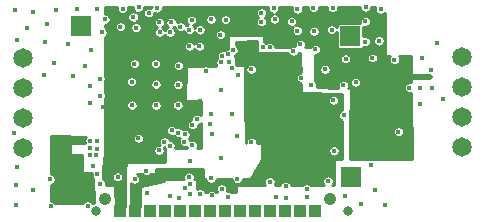
<source format=gbr>
G04 #@! TF.GenerationSoftware,KiCad,Pcbnew,(5.1.6)-1*
G04 #@! TF.CreationDate,2021-12-03T12:33:41+01:00*
G04 #@! TF.ProjectId,USBEMBEDED,55534245-4d42-4454-9445-442e6b696361,rev?*
G04 #@! TF.SameCoordinates,Original*
G04 #@! TF.FileFunction,Copper,L2,Inr*
G04 #@! TF.FilePolarity,Positive*
%FSLAX46Y46*%
G04 Gerber Fmt 4.6, Leading zero omitted, Abs format (unit mm)*
G04 Created by KiCad (PCBNEW (5.1.6)-1) date 2021-12-03 12:33:41*
%MOMM*%
%LPD*%
G01*
G04 APERTURE LIST*
G04 #@! TA.AperFunction,ViaPad*
%ADD10C,1.650000*%
G04 #@! TD*
G04 #@! TA.AperFunction,ViaPad*
%ADD11R,1.725000X1.725000*%
G04 #@! TD*
G04 #@! TA.AperFunction,ViaPad*
%ADD12C,1.067000*%
G04 #@! TD*
G04 #@! TA.AperFunction,ViaPad*
%ADD13C,0.813000*%
G04 #@! TD*
G04 #@! TA.AperFunction,ViaPad*
%ADD14R,1.016000X1.016000*%
G04 #@! TD*
G04 #@! TA.AperFunction,ViaPad*
%ADD15C,0.450000*%
G04 #@! TD*
G04 #@! TA.AperFunction,Conductor*
%ADD16C,0.127000*%
G04 #@! TD*
G04 #@! TA.AperFunction,Conductor*
%ADD17C,0.508000*%
G04 #@! TD*
G04 #@! TA.AperFunction,Conductor*
%ADD18C,0.254000*%
G04 #@! TD*
G04 APERTURE END LIST*
D10*
G04 #@! TO.N,GND*
G04 #@! TO.C,PCSIDE1*
X137270000Y-96390000D03*
G04 #@! TO.N,D+AT*
X137270000Y-98930000D03*
G04 #@! TO.N,D-AT*
X137270000Y-101470000D03*
G04 #@! TO.N,+5V*
X137270000Y-104010000D03*
G04 #@! TD*
G04 #@! TO.N,VDC*
G04 #@! TO.C,KEYBOARDSIDE1*
X174510000Y-103960000D03*
G04 #@! TO.N,D-US*
X174510000Y-101420000D03*
G04 #@! TO.N,D+US*
X174510000Y-98880000D03*
G04 #@! TO.N,GND*
X174510000Y-96340000D03*
G04 #@! TD*
D11*
G04 #@! TO.N,NRFTX*
G04 #@! TO.C,TX1*
X165000000Y-94560000D03*
G04 #@! TD*
G04 #@! TO.N,NRFRX*
G04 #@! TO.C,RX1*
X165060000Y-106460000D03*
G04 #@! TD*
G04 #@! TO.N,GND*
G04 #@! TO.C,GND1*
X142180000Y-93700000D03*
G04 #@! TD*
G04 #@! TO.N,+5V*
G04 #@! TO.C,5V+1*
X142030000Y-107360000D03*
G04 #@! TD*
D12*
G04 #@! TO.N,N/C*
G04 #@! TO.C,U1*
X163300000Y-108339000D03*
D13*
X164799000Y-109330000D03*
X143488000Y-109330000D03*
D12*
X144250000Y-108339000D03*
D14*
G04 #@! TO.N,GND*
X162030000Y-109330000D03*
G04 #@! TO.N,Net-(U1-Pad13)*
X160760000Y-109330000D03*
G04 #@! TO.N,Net-(U1-Pad12)*
X159490000Y-109330000D03*
G04 #@! TO.N,Net-(U1-Pad11)*
X158220000Y-109330000D03*
G04 #@! TO.N,Net-(U1-Pad10)*
X156950000Y-109330000D03*
G04 #@! TO.N,MCLR*
X155680000Y-109330000D03*
G04 #@! TO.N,TXUSBH-PGRCLK*
X154410000Y-109330000D03*
G04 #@! TO.N,RXUSBH-PGRDATA*
X153140000Y-109330000D03*
G04 #@! TO.N,RST*
X151870000Y-109330000D03*
G04 #@! TO.N,MISO*
X150600000Y-109330000D03*
G04 #@! TO.N,MOSI*
X149330000Y-109330000D03*
G04 #@! TO.N,SCLK*
X148060000Y-109330000D03*
G04 #@! TO.N,+3V3*
X146790000Y-109330000D03*
G04 #@! TO.N,VCC*
X145520000Y-109330000D03*
G04 #@! TD*
D15*
G04 #@! TO.N,GND*
X154760000Y-96770000D03*
X154080000Y-96770000D03*
X171130000Y-96420000D03*
X170910000Y-100320000D03*
X169090000Y-102640000D03*
X156650000Y-103520000D03*
X156620000Y-97370000D03*
X150450000Y-97040000D03*
X146730000Y-96890000D03*
X148530000Y-96890000D03*
X150430000Y-98650000D03*
X146520000Y-98410000D03*
X148570000Y-98610000D03*
X148570000Y-100400000D03*
X150420000Y-100390000D03*
X146530000Y-100390000D03*
X158210000Y-106890000D03*
X154080000Y-104840000D03*
X154110000Y-99130000D03*
X143540000Y-103410000D03*
X142980000Y-103420000D03*
X142970000Y-104050000D03*
X143560000Y-104070000D03*
X143520000Y-104630000D03*
X142960000Y-104630000D03*
X143270000Y-105570000D03*
X136620000Y-92350000D03*
X140080000Y-92330000D03*
X143610000Y-92280000D03*
X145740000Y-92240000D03*
X141910000Y-92280000D03*
X136730000Y-108820000D03*
X139650000Y-108960000D03*
X142790000Y-108910000D03*
X141090000Y-95250000D03*
X141500000Y-97920000D03*
X142950000Y-98770000D03*
X143860000Y-99580000D03*
X143830000Y-98160000D03*
X142580000Y-97060000D03*
X143050000Y-95690000D03*
X144000000Y-94220000D03*
X144240000Y-93140000D03*
X143840000Y-107060000D03*
X146760000Y-106660000D03*
X145310000Y-106470000D03*
X143610000Y-106250000D03*
X158730000Y-108200000D03*
X159550000Y-107240000D03*
X159540000Y-108220000D03*
X161350000Y-108200000D03*
X161320000Y-107470000D03*
X146880000Y-93840000D03*
X145560000Y-93750000D03*
X146630000Y-92930000D03*
X147090000Y-92120000D03*
X148870000Y-94240000D03*
X148840000Y-93370000D03*
X149850000Y-93380000D03*
X150620000Y-93740000D03*
X151390000Y-94020000D03*
X151400000Y-95400000D03*
X152250000Y-95400000D03*
X152280000Y-94020000D03*
X151580000Y-93180000D03*
X154470000Y-93150000D03*
X153220000Y-93140000D03*
X154960000Y-97290000D03*
X153230000Y-101120000D03*
X155020000Y-101110000D03*
X153310000Y-102860000D03*
X155410000Y-102970000D03*
X163130000Y-106820000D03*
X164570000Y-108110000D03*
X165950000Y-108780000D03*
X172350000Y-95110000D03*
X167110000Y-107580000D03*
X167980000Y-108850000D03*
X168760000Y-96570000D03*
X166880000Y-96400000D03*
X164620000Y-96480000D03*
X164430000Y-98690000D03*
X164460000Y-101260000D03*
X163580000Y-99980000D03*
X161730000Y-98720000D03*
X162870000Y-97350000D03*
X162070000Y-95680000D03*
X160800000Y-95230000D03*
X167440000Y-94950000D03*
X167580000Y-92280000D03*
X166280000Y-95030000D03*
X166320000Y-92120000D03*
X166290000Y-93300000D03*
X163450000Y-94010000D03*
X163530000Y-92160000D03*
X161940000Y-94130000D03*
X161900000Y-92140000D03*
X160520000Y-94090000D03*
X160540000Y-92270000D03*
X160040000Y-93290000D03*
X158540000Y-92190000D03*
X166800000Y-105450000D03*
X157480000Y-92580000D03*
X152770000Y-97490000D03*
X149730000Y-108080000D03*
X147760000Y-105950000D03*
X153230000Y-106600000D03*
X163640000Y-104270000D03*
X151640000Y-102070000D03*
X151440000Y-105110000D03*
X151640000Y-103810000D03*
X170010000Y-98910000D03*
X170960000Y-98910000D03*
X171900000Y-98920000D03*
X137660000Y-93870000D03*
X139310000Y-93550000D03*
X139150000Y-95020000D03*
X139950000Y-96800000D03*
X136560000Y-102750000D03*
X136840000Y-105660000D03*
X139600000Y-106670000D03*
X138180000Y-107580000D03*
X136740000Y-107120000D03*
X139080000Y-97840000D03*
X136780000Y-94860000D03*
X138160000Y-92530000D03*
X154680000Y-96100000D03*
X154180000Y-96220000D03*
X155090000Y-95730000D03*
X154010000Y-94430000D03*
G04 #@! TO.N,+3V3*
X156470000Y-99310000D03*
X160250000Y-97410000D03*
X163520000Y-101520000D03*
X158835000Y-106880000D03*
X160193520Y-98580000D03*
X158830000Y-97680000D03*
X146820000Y-108300000D03*
X155490000Y-96830000D03*
X147910000Y-107020000D03*
G04 #@! TO.N,VCC*
X171810000Y-97460000D03*
X171790000Y-98010000D03*
X153600000Y-95730000D03*
X153410000Y-96810000D03*
X144800000Y-104690000D03*
X144800000Y-105150000D03*
X144810000Y-105620000D03*
X144552998Y-95590000D03*
X144110000Y-100520000D03*
X150590000Y-94340000D03*
X152304018Y-100068572D03*
X146750000Y-104260000D03*
X148276553Y-104861053D03*
X165140000Y-103000000D03*
G04 #@! TO.N,MCLR*
X160870000Y-98100000D03*
G04 #@! TO.N,RXUSBH-PGRDATA*
X148660000Y-92160000D03*
X153280000Y-108030000D03*
X158186340Y-95493660D03*
G04 #@! TO.N,+5V*
X142090000Y-104660000D03*
X142230000Y-103370000D03*
X140550000Y-103830000D03*
G04 #@! TO.N,Net-(22Ohm2-Pad2)*
X142950000Y-100200000D03*
X147060000Y-103200000D03*
G04 #@! TO.N,TXUSBH-PGRCLK*
X147960000Y-92590000D03*
X154653712Y-108133712D03*
X158601840Y-93110000D03*
X157478951Y-93351049D03*
X157609899Y-95468231D03*
G04 #@! TO.N,NRFRX*
X165480000Y-98460000D03*
G04 #@! TO.N,MISO*
X151010000Y-102860000D03*
X149740000Y-103830000D03*
X150540000Y-108220000D03*
G04 #@! TO.N,MOSI*
X150447168Y-102732909D03*
X149278398Y-103483799D03*
G04 #@! TO.N,SCLK*
X149885230Y-102515989D03*
X147820000Y-107870000D03*
X148819513Y-104228822D03*
G04 #@! TO.N,SS*
X149760000Y-94230000D03*
X150957606Y-103500000D03*
G04 #@! TO.N,D-US*
X172900000Y-99870000D03*
G04 #@! TO.N,DO*
X151454500Y-107049376D03*
G04 #@! TO.N,CLK*
X153180000Y-101980000D03*
X151454500Y-107880376D03*
X152285500Y-107880376D03*
G04 #@! TO.N,DI*
X151033575Y-107444032D03*
X154120000Y-107464876D03*
X155440000Y-106633876D03*
G04 #@! TO.N,CS*
X151361001Y-106480000D03*
G04 #@! TO.N,D11*
X160193520Y-95837998D03*
X152030001Y-101580000D03*
X155502998Y-97800000D03*
G04 #@! TD*
D16*
G04 #@! TO.N,VCC*
X145520000Y-109330000D02*
X145520000Y-108370000D01*
X145520000Y-108370000D02*
X145570000Y-108320000D01*
D17*
X171790000Y-98010000D02*
X169850000Y-98010000D01*
G04 #@! TD*
D18*
G04 #@! TO.N,+5V*
G36*
X141263784Y-103034256D02*
G01*
X141273003Y-104490804D01*
X141275600Y-104515564D01*
X141282977Y-104539342D01*
X141294852Y-104561224D01*
X141310768Y-104580369D01*
X141330112Y-104596041D01*
X141352143Y-104607638D01*
X141376012Y-104614714D01*
X141397435Y-104616974D01*
X142264717Y-104634495D01*
X142273012Y-105231764D01*
X142273040Y-105233174D01*
X142293040Y-106033174D01*
X142296098Y-106057882D01*
X142303919Y-106081518D01*
X142316200Y-106103174D01*
X142332470Y-106122019D01*
X142352104Y-106137327D01*
X142374347Y-106148511D01*
X142398344Y-106155140D01*
X142420000Y-106157000D01*
X143140114Y-106157000D01*
X143131000Y-106202823D01*
X143131000Y-106297177D01*
X143149407Y-106389719D01*
X143185515Y-106476892D01*
X143237936Y-106555345D01*
X143265022Y-106582431D01*
X143310199Y-108653000D01*
X143194367Y-108653000D01*
X143162064Y-108604655D01*
X143095345Y-108537936D01*
X143016892Y-108485515D01*
X142929719Y-108449407D01*
X142837177Y-108431000D01*
X142742823Y-108431000D01*
X142650281Y-108449407D01*
X142563108Y-108485515D01*
X142484655Y-108537936D01*
X142417936Y-108604655D01*
X142385633Y-108653000D01*
X140020409Y-108653000D01*
X139955345Y-108587936D01*
X139876892Y-108535515D01*
X139789719Y-108499407D01*
X139707000Y-108482954D01*
X139707000Y-107137101D01*
X139739719Y-107130593D01*
X139826892Y-107094485D01*
X139905345Y-107042064D01*
X139972064Y-106975345D01*
X140024485Y-106896892D01*
X140060593Y-106809719D01*
X140079000Y-106717177D01*
X140079000Y-106622823D01*
X140060593Y-106530281D01*
X140024485Y-106443108D01*
X139972064Y-106364655D01*
X139905345Y-106297936D01*
X139826892Y-106245515D01*
X139739719Y-106209407D01*
X139707000Y-106202899D01*
X139707000Y-105480000D01*
X139706997Y-105479106D01*
X139697000Y-104059532D01*
X139697000Y-102999822D01*
X141263784Y-103034256D01*
G37*
X141263784Y-103034256D02*
X141273003Y-104490804D01*
X141275600Y-104515564D01*
X141282977Y-104539342D01*
X141294852Y-104561224D01*
X141310768Y-104580369D01*
X141330112Y-104596041D01*
X141352143Y-104607638D01*
X141376012Y-104614714D01*
X141397435Y-104616974D01*
X142264717Y-104634495D01*
X142273012Y-105231764D01*
X142273040Y-105233174D01*
X142293040Y-106033174D01*
X142296098Y-106057882D01*
X142303919Y-106081518D01*
X142316200Y-106103174D01*
X142332470Y-106122019D01*
X142352104Y-106137327D01*
X142374347Y-106148511D01*
X142398344Y-106155140D01*
X142420000Y-106157000D01*
X143140114Y-106157000D01*
X143131000Y-106202823D01*
X143131000Y-106297177D01*
X143149407Y-106389719D01*
X143185515Y-106476892D01*
X143237936Y-106555345D01*
X143265022Y-106582431D01*
X143310199Y-108653000D01*
X143194367Y-108653000D01*
X143162064Y-108604655D01*
X143095345Y-108537936D01*
X143016892Y-108485515D01*
X142929719Y-108449407D01*
X142837177Y-108431000D01*
X142742823Y-108431000D01*
X142650281Y-108449407D01*
X142563108Y-108485515D01*
X142484655Y-108537936D01*
X142417936Y-108604655D01*
X142385633Y-108653000D01*
X140020409Y-108653000D01*
X139955345Y-108587936D01*
X139876892Y-108535515D01*
X139789719Y-108499407D01*
X139707000Y-108482954D01*
X139707000Y-107137101D01*
X139739719Y-107130593D01*
X139826892Y-107094485D01*
X139905345Y-107042064D01*
X139972064Y-106975345D01*
X140024485Y-106896892D01*
X140060593Y-106809719D01*
X140079000Y-106717177D01*
X140079000Y-106622823D01*
X140060593Y-106530281D01*
X140024485Y-106443108D01*
X139972064Y-106364655D01*
X139905345Y-106297936D01*
X139826892Y-106245515D01*
X139739719Y-106209407D01*
X139707000Y-106202899D01*
X139707000Y-105480000D01*
X139706997Y-105479106D01*
X139697000Y-104059532D01*
X139697000Y-102999822D01*
X141263784Y-103034256D01*
G04 #@! TO.N,+3V3*
G36*
X157123007Y-95828826D02*
G01*
X157125706Y-95853576D01*
X157133181Y-95877323D01*
X157145146Y-95899156D01*
X157161140Y-95918235D01*
X157180549Y-95933828D01*
X157202627Y-95945334D01*
X157226526Y-95952312D01*
X157250520Y-95954499D01*
X158039409Y-95951266D01*
X158046621Y-95954253D01*
X158139163Y-95972660D01*
X158233517Y-95972660D01*
X158326059Y-95954253D01*
X158336207Y-95950050D01*
X159726291Y-95944352D01*
X159732927Y-95977717D01*
X159769035Y-96064890D01*
X159821456Y-96143343D01*
X159888175Y-96210062D01*
X159966628Y-96262483D01*
X160053801Y-96298591D01*
X160146343Y-96316998D01*
X160240697Y-96316998D01*
X160333239Y-96298591D01*
X160420412Y-96262483D01*
X160498865Y-96210062D01*
X160565584Y-96143343D01*
X160618005Y-96064890D01*
X160654113Y-95977717D01*
X160661512Y-95940520D01*
X160783919Y-95940018D01*
X160796121Y-97626311D01*
X160730281Y-97639407D01*
X160643108Y-97675515D01*
X160564655Y-97727936D01*
X160497936Y-97794655D01*
X160445515Y-97873108D01*
X160409407Y-97960281D01*
X160391000Y-98052823D01*
X160391000Y-98147177D01*
X160409407Y-98239719D01*
X160445515Y-98326892D01*
X160497936Y-98405345D01*
X160564655Y-98472064D01*
X160643108Y-98524485D01*
X160730281Y-98560593D01*
X160802986Y-98575054D01*
X160808003Y-99268419D01*
X160810623Y-99293177D01*
X160818022Y-99316949D01*
X160829917Y-99338820D01*
X160845850Y-99357950D01*
X160865208Y-99373604D01*
X160887249Y-99385181D01*
X160911125Y-99392236D01*
X160933076Y-99394485D01*
X164274292Y-99445109D01*
X164288487Y-100812576D01*
X164233108Y-100835515D01*
X164154655Y-100887936D01*
X164087936Y-100954655D01*
X164035515Y-101033108D01*
X163999407Y-101120281D01*
X163981000Y-101212823D01*
X163981000Y-101307177D01*
X163999407Y-101399719D01*
X164035515Y-101486892D01*
X164087936Y-101565345D01*
X164154655Y-101632064D01*
X164233108Y-101684485D01*
X164297816Y-101711288D01*
X164331675Y-104973000D01*
X163750000Y-104973000D01*
X163725224Y-104975440D01*
X163701399Y-104982667D01*
X163679443Y-104994403D01*
X163660197Y-105010197D01*
X163644403Y-105029443D01*
X163632667Y-105051399D01*
X163625440Y-105075224D01*
X163623000Y-105100000D01*
X163623000Y-107152538D01*
X163475407Y-107152002D01*
X163502064Y-107125345D01*
X163554485Y-107046892D01*
X163590593Y-106959719D01*
X163609000Y-106867177D01*
X163609000Y-106772823D01*
X163590593Y-106680281D01*
X163554485Y-106593108D01*
X163502064Y-106514655D01*
X163435345Y-106447936D01*
X163356892Y-106395515D01*
X163269719Y-106359407D01*
X163177177Y-106341000D01*
X163082823Y-106341000D01*
X162990281Y-106359407D01*
X162903108Y-106395515D01*
X162824655Y-106447936D01*
X162757936Y-106514655D01*
X162705515Y-106593108D01*
X162669407Y-106680281D01*
X162651000Y-106772823D01*
X162651000Y-106867177D01*
X162669407Y-106959719D01*
X162705515Y-107046892D01*
X162757936Y-107125345D01*
X162782075Y-107149484D01*
X161672864Y-107145455D01*
X161625345Y-107097936D01*
X161546892Y-107045515D01*
X161459719Y-107009407D01*
X161367177Y-106991000D01*
X161272823Y-106991000D01*
X161180281Y-107009407D01*
X161093108Y-107045515D01*
X161014655Y-107097936D01*
X160969690Y-107142901D01*
X160018383Y-107139446D01*
X160010593Y-107100281D01*
X159974485Y-107013108D01*
X159922064Y-106934655D01*
X159855345Y-106867936D01*
X159776892Y-106815515D01*
X159689719Y-106779407D01*
X159597177Y-106761000D01*
X159502823Y-106761000D01*
X159410281Y-106779407D01*
X159323108Y-106815515D01*
X159244655Y-106867936D01*
X159177936Y-106934655D01*
X159125515Y-107013108D01*
X159089407Y-107100281D01*
X159082293Y-107136046D01*
X158622801Y-107134378D01*
X158634485Y-107116892D01*
X158670593Y-107029719D01*
X158689000Y-106937177D01*
X158689000Y-106842823D01*
X158670593Y-106750281D01*
X158634485Y-106663108D01*
X158582064Y-106584655D01*
X158515345Y-106517936D01*
X158436892Y-106465515D01*
X158349719Y-106429407D01*
X158257177Y-106411000D01*
X158162823Y-106411000D01*
X158070281Y-106429407D01*
X157983108Y-106465515D01*
X157904655Y-106517936D01*
X157837936Y-106584655D01*
X157785515Y-106663108D01*
X157749407Y-106750281D01*
X157731000Y-106842823D01*
X157731000Y-106937177D01*
X157749407Y-107029719D01*
X157785515Y-107116892D01*
X157795190Y-107131372D01*
X155490461Y-107123001D01*
X155465676Y-107125351D01*
X155441826Y-107132492D01*
X155419827Y-107144148D01*
X155400524Y-107159872D01*
X155384660Y-107179060D01*
X155372845Y-107200973D01*
X155365531Y-107224771D01*
X155363000Y-107250000D01*
X155363000Y-107763000D01*
X154960409Y-107763000D01*
X154959057Y-107761648D01*
X154880604Y-107709227D01*
X154793431Y-107673119D01*
X154700889Y-107654712D01*
X154606535Y-107654712D01*
X154555641Y-107664835D01*
X154580593Y-107604595D01*
X154599000Y-107512053D01*
X154599000Y-107417699D01*
X154580593Y-107325157D01*
X154544485Y-107237984D01*
X154492064Y-107159531D01*
X154425345Y-107092812D01*
X154346892Y-107040391D01*
X154259719Y-107004283D01*
X154167177Y-106985876D01*
X154072823Y-106985876D01*
X153980281Y-107004283D01*
X153893108Y-107040391D01*
X153814655Y-107092812D01*
X153747936Y-107159531D01*
X153695515Y-107237984D01*
X153659407Y-107325157D01*
X153641000Y-107417699D01*
X153641000Y-107512053D01*
X153659407Y-107604595D01*
X153695515Y-107691768D01*
X153744541Y-107765141D01*
X153679300Y-107765417D01*
X153652064Y-107724655D01*
X153585345Y-107657936D01*
X153506892Y-107605515D01*
X153419719Y-107569407D01*
X153327177Y-107551000D01*
X153232823Y-107551000D01*
X153140281Y-107569407D01*
X153053108Y-107605515D01*
X152974655Y-107657936D01*
X152907936Y-107724655D01*
X152878432Y-107768811D01*
X152751800Y-107769347D01*
X152746093Y-107740657D01*
X152709985Y-107653484D01*
X152657564Y-107575031D01*
X152590845Y-107508312D01*
X152512392Y-107455891D01*
X152425219Y-107419783D01*
X152332677Y-107401376D01*
X152238323Y-107401376D01*
X152145781Y-107419783D01*
X152058608Y-107455891D01*
X152020646Y-107481257D01*
X152026995Y-106751104D01*
X152024770Y-106726308D01*
X152017751Y-106702421D01*
X152006206Y-106680363D01*
X151990580Y-106660982D01*
X151971473Y-106645021D01*
X151949619Y-106633094D01*
X151925859Y-106625660D01*
X151900370Y-106623001D01*
X151820331Y-106622768D01*
X151821594Y-106619719D01*
X151840001Y-106527177D01*
X151840001Y-106432823D01*
X151821594Y-106340281D01*
X151785486Y-106253108D01*
X151733065Y-106174655D01*
X151666346Y-106107936D01*
X151587893Y-106055515D01*
X151500720Y-106019407D01*
X151408178Y-106001000D01*
X151313824Y-106001000D01*
X151221282Y-106019407D01*
X151134109Y-106055515D01*
X151055656Y-106107936D01*
X150988937Y-106174655D01*
X150936516Y-106253108D01*
X150900408Y-106340281D01*
X150882001Y-106432823D01*
X150882001Y-106527177D01*
X150900408Y-106619719D01*
X150900560Y-106620086D01*
X148595833Y-106613367D01*
X148588196Y-105788531D01*
X152543000Y-105835501D01*
X152543000Y-106520000D01*
X152545440Y-106544776D01*
X152552667Y-106568601D01*
X152564403Y-106590557D01*
X152580197Y-106609803D01*
X152599443Y-106625597D01*
X152621399Y-106637333D01*
X152645224Y-106644560D01*
X152670000Y-106647000D01*
X152751000Y-106647000D01*
X152751000Y-106647177D01*
X152769407Y-106739719D01*
X152805515Y-106826892D01*
X152857936Y-106905345D01*
X152924655Y-106972064D01*
X153003108Y-107024485D01*
X153090281Y-107060593D01*
X153182823Y-107079000D01*
X153277177Y-107079000D01*
X153369719Y-107060593D01*
X153456892Y-107024485D01*
X153535345Y-106972064D01*
X153602064Y-106905345D01*
X153654485Y-106826892D01*
X153690593Y-106739719D01*
X153709000Y-106647177D01*
X153709000Y-106647000D01*
X154961000Y-106647000D01*
X154961000Y-106681053D01*
X154979407Y-106773595D01*
X155015515Y-106860768D01*
X155067936Y-106939221D01*
X155134655Y-107005940D01*
X155213108Y-107058361D01*
X155300281Y-107094469D01*
X155392823Y-107112876D01*
X155487177Y-107112876D01*
X155579719Y-107094469D01*
X155666892Y-107058361D01*
X155745345Y-107005940D01*
X155812064Y-106939221D01*
X155864485Y-106860768D01*
X155900593Y-106773595D01*
X155919000Y-106681053D01*
X155919000Y-106647000D01*
X157440000Y-106647000D01*
X157464776Y-106644560D01*
X157488601Y-106637333D01*
X157510557Y-106625597D01*
X157529803Y-106609803D01*
X157545597Y-106590557D01*
X157557333Y-106568601D01*
X157564560Y-106544776D01*
X157566999Y-106520452D01*
X157575175Y-104222823D01*
X163161000Y-104222823D01*
X163161000Y-104317177D01*
X163179407Y-104409719D01*
X163215515Y-104496892D01*
X163267936Y-104575345D01*
X163334655Y-104642064D01*
X163413108Y-104694485D01*
X163500281Y-104730593D01*
X163592823Y-104749000D01*
X163687177Y-104749000D01*
X163779719Y-104730593D01*
X163866892Y-104694485D01*
X163945345Y-104642064D01*
X164012064Y-104575345D01*
X164064485Y-104496892D01*
X164100593Y-104409719D01*
X164119000Y-104317177D01*
X164119000Y-104222823D01*
X164100593Y-104130281D01*
X164064485Y-104043108D01*
X164012064Y-103964655D01*
X163945345Y-103897936D01*
X163866892Y-103845515D01*
X163779719Y-103809407D01*
X163687177Y-103791000D01*
X163592823Y-103791000D01*
X163500281Y-103809407D01*
X163413108Y-103845515D01*
X163334655Y-103897936D01*
X163267936Y-103964655D01*
X163215515Y-104043108D01*
X163179407Y-104130281D01*
X163161000Y-104222823D01*
X157575175Y-104222823D01*
X157576999Y-103710452D01*
X157574647Y-103685667D01*
X157567505Y-103661817D01*
X157555847Y-103639819D01*
X157540122Y-103620518D01*
X157520933Y-103604655D01*
X157499018Y-103592841D01*
X157475220Y-103585529D01*
X157450000Y-103583000D01*
X157125853Y-103583000D01*
X157129000Y-103567177D01*
X157129000Y-103472823D01*
X157110593Y-103380281D01*
X157074485Y-103293108D01*
X157022064Y-103214655D01*
X156955345Y-103147936D01*
X156876892Y-103095515D01*
X156789719Y-103059407D01*
X156697177Y-103041000D01*
X156602823Y-103041000D01*
X156510281Y-103059407D01*
X156423108Y-103095515D01*
X156344655Y-103147936D01*
X156277936Y-103214655D01*
X156225515Y-103293108D01*
X156189407Y-103380281D01*
X156171000Y-103472823D01*
X156171000Y-103567177D01*
X156174147Y-103583000D01*
X156146228Y-103583000D01*
X156123972Y-99932823D01*
X163101000Y-99932823D01*
X163101000Y-100027177D01*
X163119407Y-100119719D01*
X163155515Y-100206892D01*
X163207936Y-100285345D01*
X163274655Y-100352064D01*
X163353108Y-100404485D01*
X163440281Y-100440593D01*
X163532823Y-100459000D01*
X163627177Y-100459000D01*
X163719719Y-100440593D01*
X163806892Y-100404485D01*
X163885345Y-100352064D01*
X163952064Y-100285345D01*
X164004485Y-100206892D01*
X164040593Y-100119719D01*
X164059000Y-100027177D01*
X164059000Y-99932823D01*
X164040593Y-99840281D01*
X164004485Y-99753108D01*
X163952064Y-99674655D01*
X163885345Y-99607936D01*
X163806892Y-99555515D01*
X163719719Y-99519407D01*
X163627177Y-99501000D01*
X163532823Y-99501000D01*
X163440281Y-99519407D01*
X163353108Y-99555515D01*
X163274655Y-99607936D01*
X163207936Y-99674655D01*
X163155515Y-99753108D01*
X163119407Y-99840281D01*
X163101000Y-99932823D01*
X156123972Y-99932823D01*
X156108057Y-97322823D01*
X156141000Y-97322823D01*
X156141000Y-97417177D01*
X156159407Y-97509719D01*
X156195515Y-97596892D01*
X156247936Y-97675345D01*
X156314655Y-97742064D01*
X156393108Y-97794485D01*
X156480281Y-97830593D01*
X156572823Y-97849000D01*
X156667177Y-97849000D01*
X156759719Y-97830593D01*
X156846892Y-97794485D01*
X156925345Y-97742064D01*
X156992064Y-97675345D01*
X157044485Y-97596892D01*
X157080593Y-97509719D01*
X157099000Y-97417177D01*
X157099000Y-97322823D01*
X157080593Y-97230281D01*
X157044485Y-97143108D01*
X156992064Y-97064655D01*
X156925345Y-96997936D01*
X156846892Y-96945515D01*
X156759719Y-96909407D01*
X156667177Y-96891000D01*
X156572823Y-96891000D01*
X156480281Y-96909407D01*
X156393108Y-96945515D01*
X156314655Y-96997936D01*
X156247936Y-97064655D01*
X156195515Y-97143108D01*
X156159407Y-97230281D01*
X156141000Y-97322823D01*
X156108057Y-97322823D01*
X156106998Y-97149226D01*
X156104406Y-97124464D01*
X156097034Y-97100685D01*
X156085164Y-97078800D01*
X156069253Y-97059652D01*
X156049912Y-97043975D01*
X156027884Y-97032373D01*
X156004017Y-97025292D01*
X155981693Y-97023011D01*
X155356445Y-97014674D01*
X155352516Y-96130682D01*
X155395345Y-96102064D01*
X155462064Y-96035345D01*
X155514485Y-95956892D01*
X155550593Y-95869719D01*
X155569000Y-95777177D01*
X155569000Y-95682823D01*
X155550593Y-95590281D01*
X155514485Y-95503108D01*
X155462064Y-95424655D01*
X155395345Y-95357936D01*
X155348943Y-95326931D01*
X155347560Y-95015743D01*
X157114333Y-94998251D01*
X157123007Y-95828826D01*
G37*
X157123007Y-95828826D02*
X157125706Y-95853576D01*
X157133181Y-95877323D01*
X157145146Y-95899156D01*
X157161140Y-95918235D01*
X157180549Y-95933828D01*
X157202627Y-95945334D01*
X157226526Y-95952312D01*
X157250520Y-95954499D01*
X158039409Y-95951266D01*
X158046621Y-95954253D01*
X158139163Y-95972660D01*
X158233517Y-95972660D01*
X158326059Y-95954253D01*
X158336207Y-95950050D01*
X159726291Y-95944352D01*
X159732927Y-95977717D01*
X159769035Y-96064890D01*
X159821456Y-96143343D01*
X159888175Y-96210062D01*
X159966628Y-96262483D01*
X160053801Y-96298591D01*
X160146343Y-96316998D01*
X160240697Y-96316998D01*
X160333239Y-96298591D01*
X160420412Y-96262483D01*
X160498865Y-96210062D01*
X160565584Y-96143343D01*
X160618005Y-96064890D01*
X160654113Y-95977717D01*
X160661512Y-95940520D01*
X160783919Y-95940018D01*
X160796121Y-97626311D01*
X160730281Y-97639407D01*
X160643108Y-97675515D01*
X160564655Y-97727936D01*
X160497936Y-97794655D01*
X160445515Y-97873108D01*
X160409407Y-97960281D01*
X160391000Y-98052823D01*
X160391000Y-98147177D01*
X160409407Y-98239719D01*
X160445515Y-98326892D01*
X160497936Y-98405345D01*
X160564655Y-98472064D01*
X160643108Y-98524485D01*
X160730281Y-98560593D01*
X160802986Y-98575054D01*
X160808003Y-99268419D01*
X160810623Y-99293177D01*
X160818022Y-99316949D01*
X160829917Y-99338820D01*
X160845850Y-99357950D01*
X160865208Y-99373604D01*
X160887249Y-99385181D01*
X160911125Y-99392236D01*
X160933076Y-99394485D01*
X164274292Y-99445109D01*
X164288487Y-100812576D01*
X164233108Y-100835515D01*
X164154655Y-100887936D01*
X164087936Y-100954655D01*
X164035515Y-101033108D01*
X163999407Y-101120281D01*
X163981000Y-101212823D01*
X163981000Y-101307177D01*
X163999407Y-101399719D01*
X164035515Y-101486892D01*
X164087936Y-101565345D01*
X164154655Y-101632064D01*
X164233108Y-101684485D01*
X164297816Y-101711288D01*
X164331675Y-104973000D01*
X163750000Y-104973000D01*
X163725224Y-104975440D01*
X163701399Y-104982667D01*
X163679443Y-104994403D01*
X163660197Y-105010197D01*
X163644403Y-105029443D01*
X163632667Y-105051399D01*
X163625440Y-105075224D01*
X163623000Y-105100000D01*
X163623000Y-107152538D01*
X163475407Y-107152002D01*
X163502064Y-107125345D01*
X163554485Y-107046892D01*
X163590593Y-106959719D01*
X163609000Y-106867177D01*
X163609000Y-106772823D01*
X163590593Y-106680281D01*
X163554485Y-106593108D01*
X163502064Y-106514655D01*
X163435345Y-106447936D01*
X163356892Y-106395515D01*
X163269719Y-106359407D01*
X163177177Y-106341000D01*
X163082823Y-106341000D01*
X162990281Y-106359407D01*
X162903108Y-106395515D01*
X162824655Y-106447936D01*
X162757936Y-106514655D01*
X162705515Y-106593108D01*
X162669407Y-106680281D01*
X162651000Y-106772823D01*
X162651000Y-106867177D01*
X162669407Y-106959719D01*
X162705515Y-107046892D01*
X162757936Y-107125345D01*
X162782075Y-107149484D01*
X161672864Y-107145455D01*
X161625345Y-107097936D01*
X161546892Y-107045515D01*
X161459719Y-107009407D01*
X161367177Y-106991000D01*
X161272823Y-106991000D01*
X161180281Y-107009407D01*
X161093108Y-107045515D01*
X161014655Y-107097936D01*
X160969690Y-107142901D01*
X160018383Y-107139446D01*
X160010593Y-107100281D01*
X159974485Y-107013108D01*
X159922064Y-106934655D01*
X159855345Y-106867936D01*
X159776892Y-106815515D01*
X159689719Y-106779407D01*
X159597177Y-106761000D01*
X159502823Y-106761000D01*
X159410281Y-106779407D01*
X159323108Y-106815515D01*
X159244655Y-106867936D01*
X159177936Y-106934655D01*
X159125515Y-107013108D01*
X159089407Y-107100281D01*
X159082293Y-107136046D01*
X158622801Y-107134378D01*
X158634485Y-107116892D01*
X158670593Y-107029719D01*
X158689000Y-106937177D01*
X158689000Y-106842823D01*
X158670593Y-106750281D01*
X158634485Y-106663108D01*
X158582064Y-106584655D01*
X158515345Y-106517936D01*
X158436892Y-106465515D01*
X158349719Y-106429407D01*
X158257177Y-106411000D01*
X158162823Y-106411000D01*
X158070281Y-106429407D01*
X157983108Y-106465515D01*
X157904655Y-106517936D01*
X157837936Y-106584655D01*
X157785515Y-106663108D01*
X157749407Y-106750281D01*
X157731000Y-106842823D01*
X157731000Y-106937177D01*
X157749407Y-107029719D01*
X157785515Y-107116892D01*
X157795190Y-107131372D01*
X155490461Y-107123001D01*
X155465676Y-107125351D01*
X155441826Y-107132492D01*
X155419827Y-107144148D01*
X155400524Y-107159872D01*
X155384660Y-107179060D01*
X155372845Y-107200973D01*
X155365531Y-107224771D01*
X155363000Y-107250000D01*
X155363000Y-107763000D01*
X154960409Y-107763000D01*
X154959057Y-107761648D01*
X154880604Y-107709227D01*
X154793431Y-107673119D01*
X154700889Y-107654712D01*
X154606535Y-107654712D01*
X154555641Y-107664835D01*
X154580593Y-107604595D01*
X154599000Y-107512053D01*
X154599000Y-107417699D01*
X154580593Y-107325157D01*
X154544485Y-107237984D01*
X154492064Y-107159531D01*
X154425345Y-107092812D01*
X154346892Y-107040391D01*
X154259719Y-107004283D01*
X154167177Y-106985876D01*
X154072823Y-106985876D01*
X153980281Y-107004283D01*
X153893108Y-107040391D01*
X153814655Y-107092812D01*
X153747936Y-107159531D01*
X153695515Y-107237984D01*
X153659407Y-107325157D01*
X153641000Y-107417699D01*
X153641000Y-107512053D01*
X153659407Y-107604595D01*
X153695515Y-107691768D01*
X153744541Y-107765141D01*
X153679300Y-107765417D01*
X153652064Y-107724655D01*
X153585345Y-107657936D01*
X153506892Y-107605515D01*
X153419719Y-107569407D01*
X153327177Y-107551000D01*
X153232823Y-107551000D01*
X153140281Y-107569407D01*
X153053108Y-107605515D01*
X152974655Y-107657936D01*
X152907936Y-107724655D01*
X152878432Y-107768811D01*
X152751800Y-107769347D01*
X152746093Y-107740657D01*
X152709985Y-107653484D01*
X152657564Y-107575031D01*
X152590845Y-107508312D01*
X152512392Y-107455891D01*
X152425219Y-107419783D01*
X152332677Y-107401376D01*
X152238323Y-107401376D01*
X152145781Y-107419783D01*
X152058608Y-107455891D01*
X152020646Y-107481257D01*
X152026995Y-106751104D01*
X152024770Y-106726308D01*
X152017751Y-106702421D01*
X152006206Y-106680363D01*
X151990580Y-106660982D01*
X151971473Y-106645021D01*
X151949619Y-106633094D01*
X151925859Y-106625660D01*
X151900370Y-106623001D01*
X151820331Y-106622768D01*
X151821594Y-106619719D01*
X151840001Y-106527177D01*
X151840001Y-106432823D01*
X151821594Y-106340281D01*
X151785486Y-106253108D01*
X151733065Y-106174655D01*
X151666346Y-106107936D01*
X151587893Y-106055515D01*
X151500720Y-106019407D01*
X151408178Y-106001000D01*
X151313824Y-106001000D01*
X151221282Y-106019407D01*
X151134109Y-106055515D01*
X151055656Y-106107936D01*
X150988937Y-106174655D01*
X150936516Y-106253108D01*
X150900408Y-106340281D01*
X150882001Y-106432823D01*
X150882001Y-106527177D01*
X150900408Y-106619719D01*
X150900560Y-106620086D01*
X148595833Y-106613367D01*
X148588196Y-105788531D01*
X152543000Y-105835501D01*
X152543000Y-106520000D01*
X152545440Y-106544776D01*
X152552667Y-106568601D01*
X152564403Y-106590557D01*
X152580197Y-106609803D01*
X152599443Y-106625597D01*
X152621399Y-106637333D01*
X152645224Y-106644560D01*
X152670000Y-106647000D01*
X152751000Y-106647000D01*
X152751000Y-106647177D01*
X152769407Y-106739719D01*
X152805515Y-106826892D01*
X152857936Y-106905345D01*
X152924655Y-106972064D01*
X153003108Y-107024485D01*
X153090281Y-107060593D01*
X153182823Y-107079000D01*
X153277177Y-107079000D01*
X153369719Y-107060593D01*
X153456892Y-107024485D01*
X153535345Y-106972064D01*
X153602064Y-106905345D01*
X153654485Y-106826892D01*
X153690593Y-106739719D01*
X153709000Y-106647177D01*
X153709000Y-106647000D01*
X154961000Y-106647000D01*
X154961000Y-106681053D01*
X154979407Y-106773595D01*
X155015515Y-106860768D01*
X155067936Y-106939221D01*
X155134655Y-107005940D01*
X155213108Y-107058361D01*
X155300281Y-107094469D01*
X155392823Y-107112876D01*
X155487177Y-107112876D01*
X155579719Y-107094469D01*
X155666892Y-107058361D01*
X155745345Y-107005940D01*
X155812064Y-106939221D01*
X155864485Y-106860768D01*
X155900593Y-106773595D01*
X155919000Y-106681053D01*
X155919000Y-106647000D01*
X157440000Y-106647000D01*
X157464776Y-106644560D01*
X157488601Y-106637333D01*
X157510557Y-106625597D01*
X157529803Y-106609803D01*
X157545597Y-106590557D01*
X157557333Y-106568601D01*
X157564560Y-106544776D01*
X157566999Y-106520452D01*
X157575175Y-104222823D01*
X163161000Y-104222823D01*
X163161000Y-104317177D01*
X163179407Y-104409719D01*
X163215515Y-104496892D01*
X163267936Y-104575345D01*
X163334655Y-104642064D01*
X163413108Y-104694485D01*
X163500281Y-104730593D01*
X163592823Y-104749000D01*
X163687177Y-104749000D01*
X163779719Y-104730593D01*
X163866892Y-104694485D01*
X163945345Y-104642064D01*
X164012064Y-104575345D01*
X164064485Y-104496892D01*
X164100593Y-104409719D01*
X164119000Y-104317177D01*
X164119000Y-104222823D01*
X164100593Y-104130281D01*
X164064485Y-104043108D01*
X164012064Y-103964655D01*
X163945345Y-103897936D01*
X163866892Y-103845515D01*
X163779719Y-103809407D01*
X163687177Y-103791000D01*
X163592823Y-103791000D01*
X163500281Y-103809407D01*
X163413108Y-103845515D01*
X163334655Y-103897936D01*
X163267936Y-103964655D01*
X163215515Y-104043108D01*
X163179407Y-104130281D01*
X163161000Y-104222823D01*
X157575175Y-104222823D01*
X157576999Y-103710452D01*
X157574647Y-103685667D01*
X157567505Y-103661817D01*
X157555847Y-103639819D01*
X157540122Y-103620518D01*
X157520933Y-103604655D01*
X157499018Y-103592841D01*
X157475220Y-103585529D01*
X157450000Y-103583000D01*
X157125853Y-103583000D01*
X157129000Y-103567177D01*
X157129000Y-103472823D01*
X157110593Y-103380281D01*
X157074485Y-103293108D01*
X157022064Y-103214655D01*
X156955345Y-103147936D01*
X156876892Y-103095515D01*
X156789719Y-103059407D01*
X156697177Y-103041000D01*
X156602823Y-103041000D01*
X156510281Y-103059407D01*
X156423108Y-103095515D01*
X156344655Y-103147936D01*
X156277936Y-103214655D01*
X156225515Y-103293108D01*
X156189407Y-103380281D01*
X156171000Y-103472823D01*
X156171000Y-103567177D01*
X156174147Y-103583000D01*
X156146228Y-103583000D01*
X156123972Y-99932823D01*
X163101000Y-99932823D01*
X163101000Y-100027177D01*
X163119407Y-100119719D01*
X163155515Y-100206892D01*
X163207936Y-100285345D01*
X163274655Y-100352064D01*
X163353108Y-100404485D01*
X163440281Y-100440593D01*
X163532823Y-100459000D01*
X163627177Y-100459000D01*
X163719719Y-100440593D01*
X163806892Y-100404485D01*
X163885345Y-100352064D01*
X163952064Y-100285345D01*
X164004485Y-100206892D01*
X164040593Y-100119719D01*
X164059000Y-100027177D01*
X164059000Y-99932823D01*
X164040593Y-99840281D01*
X164004485Y-99753108D01*
X163952064Y-99674655D01*
X163885345Y-99607936D01*
X163806892Y-99555515D01*
X163719719Y-99519407D01*
X163627177Y-99501000D01*
X163532823Y-99501000D01*
X163440281Y-99519407D01*
X163353108Y-99555515D01*
X163274655Y-99607936D01*
X163207936Y-99674655D01*
X163155515Y-99753108D01*
X163119407Y-99840281D01*
X163101000Y-99932823D01*
X156123972Y-99932823D01*
X156108057Y-97322823D01*
X156141000Y-97322823D01*
X156141000Y-97417177D01*
X156159407Y-97509719D01*
X156195515Y-97596892D01*
X156247936Y-97675345D01*
X156314655Y-97742064D01*
X156393108Y-97794485D01*
X156480281Y-97830593D01*
X156572823Y-97849000D01*
X156667177Y-97849000D01*
X156759719Y-97830593D01*
X156846892Y-97794485D01*
X156925345Y-97742064D01*
X156992064Y-97675345D01*
X157044485Y-97596892D01*
X157080593Y-97509719D01*
X157099000Y-97417177D01*
X157099000Y-97322823D01*
X157080593Y-97230281D01*
X157044485Y-97143108D01*
X156992064Y-97064655D01*
X156925345Y-96997936D01*
X156846892Y-96945515D01*
X156759719Y-96909407D01*
X156667177Y-96891000D01*
X156572823Y-96891000D01*
X156480281Y-96909407D01*
X156393108Y-96945515D01*
X156314655Y-96997936D01*
X156247936Y-97064655D01*
X156195515Y-97143108D01*
X156159407Y-97230281D01*
X156141000Y-97322823D01*
X156108057Y-97322823D01*
X156106998Y-97149226D01*
X156104406Y-97124464D01*
X156097034Y-97100685D01*
X156085164Y-97078800D01*
X156069253Y-97059652D01*
X156049912Y-97043975D01*
X156027884Y-97032373D01*
X156004017Y-97025292D01*
X155981693Y-97023011D01*
X155356445Y-97014674D01*
X155352516Y-96130682D01*
X155395345Y-96102064D01*
X155462064Y-96035345D01*
X155514485Y-95956892D01*
X155550593Y-95869719D01*
X155569000Y-95777177D01*
X155569000Y-95682823D01*
X155550593Y-95590281D01*
X155514485Y-95503108D01*
X155462064Y-95424655D01*
X155395345Y-95357936D01*
X155348943Y-95326931D01*
X155347560Y-95015743D01*
X157114333Y-94998251D01*
X157123007Y-95828826D01*
G36*
X155363000Y-96279614D02*
G01*
X155239355Y-96276360D01*
X155241062Y-96185895D01*
X155316892Y-96154485D01*
X155363000Y-96123676D01*
X155363000Y-96279614D01*
G37*
X155363000Y-96279614D02*
X155239355Y-96276360D01*
X155241062Y-96185895D01*
X155316892Y-96154485D01*
X155363000Y-96123676D01*
X155363000Y-96279614D01*
G36*
X157464070Y-106408238D02*
G01*
X156606023Y-106601991D01*
X157477909Y-105100409D01*
X157464070Y-106408238D01*
G37*
X157464070Y-106408238D02*
X156606023Y-106601991D01*
X157477909Y-105100409D01*
X157464070Y-106408238D01*
G36*
X160824510Y-97621000D02*
G01*
X160822823Y-97621000D01*
X160730281Y-97639407D01*
X160643108Y-97675515D01*
X160564655Y-97727936D01*
X160497936Y-97794655D01*
X160445515Y-97873108D01*
X160440740Y-97884637D01*
X159676881Y-97843187D01*
X159663191Y-97843183D01*
X158305612Y-97916073D01*
X158298012Y-97186539D01*
X160815549Y-97177450D01*
X160824510Y-97621000D01*
G37*
X160824510Y-97621000D02*
X160822823Y-97621000D01*
X160730281Y-97639407D01*
X160643108Y-97675515D01*
X160564655Y-97727936D01*
X160497936Y-97794655D01*
X160445515Y-97873108D01*
X160440740Y-97884637D01*
X159676881Y-97843187D01*
X159663191Y-97843183D01*
X158305612Y-97916073D01*
X158298012Y-97186539D01*
X160815549Y-97177450D01*
X160824510Y-97621000D01*
G04 #@! TO.N,+5V*
G36*
X142619681Y-103102910D02*
G01*
X142607936Y-103114655D01*
X142555515Y-103193108D01*
X142519407Y-103280281D01*
X142501000Y-103372823D01*
X142501000Y-103467177D01*
X142519407Y-103559719D01*
X142532132Y-103590441D01*
X141200312Y-103574099D01*
X141019882Y-103061678D01*
X142619681Y-103102910D01*
G37*
X142619681Y-103102910D02*
X142607936Y-103114655D01*
X142555515Y-103193108D01*
X142519407Y-103280281D01*
X142501000Y-103372823D01*
X142501000Y-103467177D01*
X142519407Y-103559719D01*
X142532132Y-103590441D01*
X141200312Y-103574099D01*
X141019882Y-103061678D01*
X142619681Y-103102910D01*
G04 #@! TO.N,VCC*
G36*
X145983000Y-105778523D02*
G01*
X145983000Y-109031265D01*
X145151893Y-109030867D01*
X145096937Y-107286002D01*
X145093718Y-107261315D01*
X145085745Y-107237730D01*
X145073323Y-107216153D01*
X145056931Y-107197415D01*
X145037198Y-107182235D01*
X145014883Y-107171195D01*
X144978781Y-107163304D01*
X144316960Y-107117435D01*
X144319000Y-107107177D01*
X144319000Y-107012823D01*
X144300593Y-106920281D01*
X144264485Y-106833108D01*
X144212064Y-106754655D01*
X144145345Y-106687936D01*
X144087000Y-106648951D01*
X144087000Y-106422823D01*
X144831000Y-106422823D01*
X144831000Y-106517177D01*
X144849407Y-106609719D01*
X144885515Y-106696892D01*
X144937936Y-106775345D01*
X145004655Y-106842064D01*
X145083108Y-106894485D01*
X145170281Y-106930593D01*
X145262823Y-106949000D01*
X145357177Y-106949000D01*
X145449719Y-106930593D01*
X145536892Y-106894485D01*
X145615345Y-106842064D01*
X145682064Y-106775345D01*
X145734485Y-106696892D01*
X145770593Y-106609719D01*
X145789000Y-106517177D01*
X145789000Y-106422823D01*
X145770593Y-106330281D01*
X145734485Y-106243108D01*
X145682064Y-106164655D01*
X145615345Y-106097936D01*
X145536892Y-106045515D01*
X145449719Y-106009407D01*
X145357177Y-105991000D01*
X145262823Y-105991000D01*
X145170281Y-106009407D01*
X145083108Y-106045515D01*
X145004655Y-106097936D01*
X144937936Y-106164655D01*
X144885515Y-106243108D01*
X144849407Y-106330281D01*
X144831000Y-106422823D01*
X144087000Y-106422823D01*
X144087000Y-106307232D01*
X144089000Y-106297177D01*
X144089000Y-106202823D01*
X144087000Y-106192768D01*
X144087000Y-105826563D01*
X145887655Y-105671961D01*
X145983000Y-105778523D01*
G37*
X145983000Y-105778523D02*
X145983000Y-109031265D01*
X145151893Y-109030867D01*
X145096937Y-107286002D01*
X145093718Y-107261315D01*
X145085745Y-107237730D01*
X145073323Y-107216153D01*
X145056931Y-107197415D01*
X145037198Y-107182235D01*
X145014883Y-107171195D01*
X144978781Y-107163304D01*
X144316960Y-107117435D01*
X144319000Y-107107177D01*
X144319000Y-107012823D01*
X144300593Y-106920281D01*
X144264485Y-106833108D01*
X144212064Y-106754655D01*
X144145345Y-106687936D01*
X144087000Y-106648951D01*
X144087000Y-106422823D01*
X144831000Y-106422823D01*
X144831000Y-106517177D01*
X144849407Y-106609719D01*
X144885515Y-106696892D01*
X144937936Y-106775345D01*
X145004655Y-106842064D01*
X145083108Y-106894485D01*
X145170281Y-106930593D01*
X145262823Y-106949000D01*
X145357177Y-106949000D01*
X145449719Y-106930593D01*
X145536892Y-106894485D01*
X145615345Y-106842064D01*
X145682064Y-106775345D01*
X145734485Y-106696892D01*
X145770593Y-106609719D01*
X145789000Y-106517177D01*
X145789000Y-106422823D01*
X145770593Y-106330281D01*
X145734485Y-106243108D01*
X145682064Y-106164655D01*
X145615345Y-106097936D01*
X145536892Y-106045515D01*
X145449719Y-106009407D01*
X145357177Y-105991000D01*
X145262823Y-105991000D01*
X145170281Y-106009407D01*
X145083108Y-106045515D01*
X145004655Y-106097936D01*
X144937936Y-106164655D01*
X144885515Y-106243108D01*
X144849407Y-106330281D01*
X144831000Y-106422823D01*
X144087000Y-106422823D01*
X144087000Y-106307232D01*
X144089000Y-106297177D01*
X144089000Y-106202823D01*
X144087000Y-106192768D01*
X144087000Y-105826563D01*
X145887655Y-105671961D01*
X145983000Y-105778523D01*
G04 #@! TO.N,+3V3*
G36*
X147373759Y-106234128D02*
G01*
X147387936Y-106255345D01*
X147454655Y-106322064D01*
X147533108Y-106374485D01*
X147620281Y-106410593D01*
X147712823Y-106429000D01*
X147807177Y-106429000D01*
X147899719Y-106410593D01*
X147986892Y-106374485D01*
X148065345Y-106322064D01*
X148132064Y-106255345D01*
X148142893Y-106239138D01*
X149224607Y-106246185D01*
X149231719Y-106800920D01*
X147309485Y-107276720D01*
X147286021Y-107285042D01*
X147264631Y-107297782D01*
X147246137Y-107314450D01*
X147231251Y-107334405D01*
X147220544Y-107356882D01*
X147214427Y-107381015D01*
X147213013Y-107398163D01*
X147189385Y-109031844D01*
X146422805Y-109031476D01*
X146411795Y-106989204D01*
X146454655Y-107032064D01*
X146533108Y-107084485D01*
X146620281Y-107120593D01*
X146712823Y-107139000D01*
X146807177Y-107139000D01*
X146899719Y-107120593D01*
X146986892Y-107084485D01*
X147065345Y-107032064D01*
X147132064Y-106965345D01*
X147184485Y-106886892D01*
X147220593Y-106799719D01*
X147239000Y-106707177D01*
X147239000Y-106612823D01*
X147220593Y-106520281D01*
X147184485Y-106433108D01*
X147132064Y-106354655D01*
X147065345Y-106287936D01*
X146986892Y-106235515D01*
X146977307Y-106231545D01*
X147373759Y-106234128D01*
G37*
X147373759Y-106234128D02*
X147387936Y-106255345D01*
X147454655Y-106322064D01*
X147533108Y-106374485D01*
X147620281Y-106410593D01*
X147712823Y-106429000D01*
X147807177Y-106429000D01*
X147899719Y-106410593D01*
X147986892Y-106374485D01*
X148065345Y-106322064D01*
X148132064Y-106255345D01*
X148142893Y-106239138D01*
X149224607Y-106246185D01*
X149231719Y-106800920D01*
X147309485Y-107276720D01*
X147286021Y-107285042D01*
X147264631Y-107297782D01*
X147246137Y-107314450D01*
X147231251Y-107334405D01*
X147220544Y-107356882D01*
X147214427Y-107381015D01*
X147213013Y-107398163D01*
X147189385Y-109031844D01*
X146422805Y-109031476D01*
X146411795Y-106989204D01*
X146454655Y-107032064D01*
X146533108Y-107084485D01*
X146620281Y-107120593D01*
X146712823Y-107139000D01*
X146807177Y-107139000D01*
X146899719Y-107120593D01*
X146986892Y-107084485D01*
X147065345Y-107032064D01*
X147132064Y-106965345D01*
X147184485Y-106886892D01*
X147220593Y-106799719D01*
X147239000Y-106707177D01*
X147239000Y-106612823D01*
X147220593Y-106520281D01*
X147184485Y-106433108D01*
X147132064Y-106354655D01*
X147065345Y-106287936D01*
X146986892Y-106235515D01*
X146977307Y-106231545D01*
X147373759Y-106234128D01*
G04 #@! TO.N,VCC*
G36*
X145279407Y-92100281D02*
G01*
X145261000Y-92192823D01*
X145261000Y-92287177D01*
X145279407Y-92379719D01*
X145315515Y-92466892D01*
X145367936Y-92545345D01*
X145434655Y-92612064D01*
X145513108Y-92664485D01*
X145600281Y-92700593D01*
X145692823Y-92719000D01*
X145787177Y-92719000D01*
X145879719Y-92700593D01*
X145966892Y-92664485D01*
X146045345Y-92612064D01*
X146112064Y-92545345D01*
X146164485Y-92466892D01*
X146200593Y-92379719D01*
X146219000Y-92287177D01*
X146219000Y-92192823D01*
X146200593Y-92100281D01*
X146181423Y-92054000D01*
X146614744Y-92054000D01*
X146611000Y-92072823D01*
X146611000Y-92167177D01*
X146629407Y-92259719D01*
X146665515Y-92346892D01*
X146717936Y-92425345D01*
X146760081Y-92467490D01*
X146677177Y-92451000D01*
X146582823Y-92451000D01*
X146490281Y-92469407D01*
X146403108Y-92505515D01*
X146324655Y-92557936D01*
X146257936Y-92624655D01*
X146205515Y-92703108D01*
X146169407Y-92790281D01*
X146151000Y-92882823D01*
X146151000Y-92977177D01*
X146169407Y-93069719D01*
X146205515Y-93156892D01*
X146257936Y-93235345D01*
X146324655Y-93302064D01*
X146403108Y-93354485D01*
X146490281Y-93390593D01*
X146582823Y-93409000D01*
X146668837Y-93409000D01*
X146653108Y-93415515D01*
X146574655Y-93467936D01*
X146507936Y-93534655D01*
X146455515Y-93613108D01*
X146419407Y-93700281D01*
X146401000Y-93792823D01*
X146401000Y-93887177D01*
X146419407Y-93979719D01*
X146455515Y-94066892D01*
X146507936Y-94145345D01*
X146574655Y-94212064D01*
X146653108Y-94264485D01*
X146740281Y-94300593D01*
X146832823Y-94319000D01*
X146927177Y-94319000D01*
X147019719Y-94300593D01*
X147106892Y-94264485D01*
X147185345Y-94212064D01*
X147252064Y-94145345D01*
X147304485Y-94066892D01*
X147340593Y-93979719D01*
X147359000Y-93887177D01*
X147359000Y-93792823D01*
X147340593Y-93700281D01*
X147304485Y-93613108D01*
X147252064Y-93534655D01*
X147185345Y-93467936D01*
X147106892Y-93415515D01*
X147019719Y-93379407D01*
X146927177Y-93361000D01*
X146841163Y-93361000D01*
X146856892Y-93354485D01*
X146904277Y-93322823D01*
X148361000Y-93322823D01*
X148361000Y-93417177D01*
X148379407Y-93509719D01*
X148415515Y-93596892D01*
X148467936Y-93675345D01*
X148534655Y-93742064D01*
X148613108Y-93794485D01*
X148653494Y-93811213D01*
X148643108Y-93815515D01*
X148564655Y-93867936D01*
X148497936Y-93934655D01*
X148445515Y-94013108D01*
X148409407Y-94100281D01*
X148391000Y-94192823D01*
X148391000Y-94287177D01*
X148409407Y-94379719D01*
X148445515Y-94466892D01*
X148497936Y-94545345D01*
X148564655Y-94612064D01*
X148643108Y-94664485D01*
X148730281Y-94700593D01*
X148822823Y-94719000D01*
X148917177Y-94719000D01*
X149009719Y-94700593D01*
X149096892Y-94664485D01*
X149175345Y-94612064D01*
X149242064Y-94545345D01*
X149294485Y-94466892D01*
X149317071Y-94412364D01*
X149335515Y-94456892D01*
X149387936Y-94535345D01*
X149454655Y-94602064D01*
X149533108Y-94654485D01*
X149620281Y-94690593D01*
X149712823Y-94709000D01*
X149807177Y-94709000D01*
X149899719Y-94690593D01*
X149986892Y-94654485D01*
X150065345Y-94602064D01*
X150132064Y-94535345D01*
X150184485Y-94456892D01*
X150220593Y-94369719D01*
X150239000Y-94277177D01*
X150239000Y-94182823D01*
X150220593Y-94090281D01*
X150184485Y-94003108D01*
X150132064Y-93924655D01*
X150065345Y-93857936D01*
X150020382Y-93827892D01*
X150076892Y-93804485D01*
X150141000Y-93761649D01*
X150141000Y-93787177D01*
X150159407Y-93879719D01*
X150195515Y-93966892D01*
X150247936Y-94045345D01*
X150314655Y-94112064D01*
X150393108Y-94164485D01*
X150480281Y-94200593D01*
X150572823Y-94219000D01*
X150667177Y-94219000D01*
X150759719Y-94200593D01*
X150846892Y-94164485D01*
X150920564Y-94115259D01*
X150929407Y-94159719D01*
X150965515Y-94246892D01*
X151017936Y-94325345D01*
X151084655Y-94392064D01*
X151163108Y-94444485D01*
X151250281Y-94480593D01*
X151342823Y-94499000D01*
X151437177Y-94499000D01*
X151529719Y-94480593D01*
X151616892Y-94444485D01*
X151695345Y-94392064D01*
X151762064Y-94325345D01*
X151814485Y-94246892D01*
X151835000Y-94197364D01*
X151855515Y-94246892D01*
X151907936Y-94325345D01*
X151974655Y-94392064D01*
X152053108Y-94444485D01*
X152140281Y-94480593D01*
X152232823Y-94499000D01*
X152327177Y-94499000D01*
X152419719Y-94480593D01*
X152506892Y-94444485D01*
X152585345Y-94392064D01*
X152594586Y-94382823D01*
X153531000Y-94382823D01*
X153531000Y-94477177D01*
X153549407Y-94569719D01*
X153585515Y-94656892D01*
X153637936Y-94735345D01*
X153704655Y-94802064D01*
X153783108Y-94854485D01*
X153870281Y-94890593D01*
X153962823Y-94909000D01*
X154057177Y-94909000D01*
X154149719Y-94890593D01*
X154236892Y-94854485D01*
X154315345Y-94802064D01*
X154382064Y-94735345D01*
X154434485Y-94656892D01*
X154470593Y-94569719D01*
X154489000Y-94477177D01*
X154489000Y-94382823D01*
X154470593Y-94290281D01*
X154434485Y-94203108D01*
X154382064Y-94124655D01*
X154315345Y-94057936D01*
X154236892Y-94005515D01*
X154149719Y-93969407D01*
X154057177Y-93951000D01*
X153962823Y-93951000D01*
X153870281Y-93969407D01*
X153783108Y-94005515D01*
X153704655Y-94057936D01*
X153637936Y-94124655D01*
X153585515Y-94203108D01*
X153549407Y-94290281D01*
X153531000Y-94382823D01*
X152594586Y-94382823D01*
X152652064Y-94325345D01*
X152704485Y-94246892D01*
X152740593Y-94159719D01*
X152759000Y-94067177D01*
X152759000Y-93972823D01*
X152740593Y-93880281D01*
X152704485Y-93793108D01*
X152652064Y-93714655D01*
X152585345Y-93647936D01*
X152506892Y-93595515D01*
X152419719Y-93559407D01*
X152327177Y-93541000D01*
X152232823Y-93541000D01*
X152140281Y-93559407D01*
X152053108Y-93595515D01*
X151974655Y-93647936D01*
X151907936Y-93714655D01*
X151855515Y-93793108D01*
X151835000Y-93842636D01*
X151814485Y-93793108D01*
X151762064Y-93714655D01*
X151695345Y-93647936D01*
X151692468Y-93646013D01*
X151719719Y-93640593D01*
X151806892Y-93604485D01*
X151885345Y-93552064D01*
X151952064Y-93485345D01*
X152004485Y-93406892D01*
X152040593Y-93319719D01*
X152059000Y-93227177D01*
X152059000Y-93132823D01*
X152051044Y-93092823D01*
X152741000Y-93092823D01*
X152741000Y-93187177D01*
X152759407Y-93279719D01*
X152795515Y-93366892D01*
X152847936Y-93445345D01*
X152914655Y-93512064D01*
X152993108Y-93564485D01*
X153080281Y-93600593D01*
X153172823Y-93619000D01*
X153267177Y-93619000D01*
X153359719Y-93600593D01*
X153446892Y-93564485D01*
X153525345Y-93512064D01*
X153592064Y-93445345D01*
X153644485Y-93366892D01*
X153680593Y-93279719D01*
X153699000Y-93187177D01*
X153699000Y-93102823D01*
X153991000Y-93102823D01*
X153991000Y-93197177D01*
X154009407Y-93289719D01*
X154045515Y-93376892D01*
X154097936Y-93455345D01*
X154164655Y-93522064D01*
X154243108Y-93574485D01*
X154330281Y-93610593D01*
X154422823Y-93629000D01*
X154517177Y-93629000D01*
X154609719Y-93610593D01*
X154696892Y-93574485D01*
X154775345Y-93522064D01*
X154842064Y-93455345D01*
X154894485Y-93376892D01*
X154924730Y-93303872D01*
X156999951Y-93303872D01*
X156999951Y-93398226D01*
X157018358Y-93490768D01*
X157054466Y-93577941D01*
X157106887Y-93656394D01*
X157173606Y-93723113D01*
X157252059Y-93775534D01*
X157339232Y-93811642D01*
X157431774Y-93830049D01*
X157526128Y-93830049D01*
X157618670Y-93811642D01*
X157705843Y-93775534D01*
X157784296Y-93723113D01*
X157851015Y-93656394D01*
X157903436Y-93577941D01*
X157939544Y-93490768D01*
X157957951Y-93398226D01*
X157957951Y-93303872D01*
X157939544Y-93211330D01*
X157903436Y-93124157D01*
X157851015Y-93045704D01*
X157784296Y-92978985D01*
X157764676Y-92965875D01*
X157785345Y-92952064D01*
X157852064Y-92885345D01*
X157904485Y-92806892D01*
X157940593Y-92719719D01*
X157959000Y-92627177D01*
X157959000Y-92532823D01*
X157940593Y-92440281D01*
X157904485Y-92353108D01*
X157852064Y-92274655D01*
X157785345Y-92207936D01*
X157706892Y-92155515D01*
X157619719Y-92119407D01*
X157527177Y-92101000D01*
X157432823Y-92101000D01*
X157340281Y-92119407D01*
X157253108Y-92155515D01*
X157174655Y-92207936D01*
X157107936Y-92274655D01*
X157055515Y-92353108D01*
X157019407Y-92440281D01*
X157001000Y-92532823D01*
X157001000Y-92627177D01*
X157019407Y-92719719D01*
X157055515Y-92806892D01*
X157107936Y-92885345D01*
X157174655Y-92952064D01*
X157194275Y-92965174D01*
X157173606Y-92978985D01*
X157106887Y-93045704D01*
X157054466Y-93124157D01*
X157018358Y-93211330D01*
X156999951Y-93303872D01*
X154924730Y-93303872D01*
X154930593Y-93289719D01*
X154949000Y-93197177D01*
X154949000Y-93102823D01*
X154930593Y-93010281D01*
X154894485Y-92923108D01*
X154842064Y-92844655D01*
X154775345Y-92777936D01*
X154696892Y-92725515D01*
X154609719Y-92689407D01*
X154517177Y-92671000D01*
X154422823Y-92671000D01*
X154330281Y-92689407D01*
X154243108Y-92725515D01*
X154164655Y-92777936D01*
X154097936Y-92844655D01*
X154045515Y-92923108D01*
X154009407Y-93010281D01*
X153991000Y-93102823D01*
X153699000Y-93102823D01*
X153699000Y-93092823D01*
X153680593Y-93000281D01*
X153644485Y-92913108D01*
X153592064Y-92834655D01*
X153525345Y-92767936D01*
X153446892Y-92715515D01*
X153359719Y-92679407D01*
X153267177Y-92661000D01*
X153172823Y-92661000D01*
X153080281Y-92679407D01*
X152993108Y-92715515D01*
X152914655Y-92767936D01*
X152847936Y-92834655D01*
X152795515Y-92913108D01*
X152759407Y-93000281D01*
X152741000Y-93092823D01*
X152051044Y-93092823D01*
X152040593Y-93040281D01*
X152004485Y-92953108D01*
X151952064Y-92874655D01*
X151885345Y-92807936D01*
X151806892Y-92755515D01*
X151719719Y-92719407D01*
X151627177Y-92701000D01*
X151532823Y-92701000D01*
X151440281Y-92719407D01*
X151353108Y-92755515D01*
X151274655Y-92807936D01*
X151207936Y-92874655D01*
X151155515Y-92953108D01*
X151119407Y-93040281D01*
X151101000Y-93132823D01*
X151101000Y-93227177D01*
X151119407Y-93319719D01*
X151155515Y-93406892D01*
X151207936Y-93485345D01*
X151274655Y-93552064D01*
X151277532Y-93553987D01*
X151250281Y-93559407D01*
X151163108Y-93595515D01*
X151089436Y-93644741D01*
X151080593Y-93600281D01*
X151044485Y-93513108D01*
X150992064Y-93434655D01*
X150925345Y-93367936D01*
X150846892Y-93315515D01*
X150759719Y-93279407D01*
X150667177Y-93261000D01*
X150572823Y-93261000D01*
X150480281Y-93279407D01*
X150393108Y-93315515D01*
X150329000Y-93358351D01*
X150329000Y-93332823D01*
X150310593Y-93240281D01*
X150274485Y-93153108D01*
X150222064Y-93074655D01*
X150155345Y-93007936D01*
X150076892Y-92955515D01*
X149989719Y-92919407D01*
X149897177Y-92901000D01*
X149802823Y-92901000D01*
X149710281Y-92919407D01*
X149623108Y-92955515D01*
X149544655Y-93007936D01*
X149477936Y-93074655D01*
X149425515Y-93153108D01*
X149389407Y-93240281D01*
X149371000Y-93332823D01*
X149371000Y-93427177D01*
X149389407Y-93519719D01*
X149425515Y-93606892D01*
X149477936Y-93685345D01*
X149544655Y-93752064D01*
X149589618Y-93782108D01*
X149533108Y-93805515D01*
X149454655Y-93857936D01*
X149387936Y-93924655D01*
X149335515Y-94003108D01*
X149312929Y-94057636D01*
X149294485Y-94013108D01*
X149242064Y-93934655D01*
X149175345Y-93867936D01*
X149096892Y-93815515D01*
X149056506Y-93798787D01*
X149066892Y-93794485D01*
X149145345Y-93742064D01*
X149212064Y-93675345D01*
X149264485Y-93596892D01*
X149300593Y-93509719D01*
X149319000Y-93417177D01*
X149319000Y-93322823D01*
X149300593Y-93230281D01*
X149264485Y-93143108D01*
X149212064Y-93064655D01*
X149145345Y-92997936D01*
X149066892Y-92945515D01*
X148979719Y-92909407D01*
X148887177Y-92891000D01*
X148792823Y-92891000D01*
X148700281Y-92909407D01*
X148613108Y-92945515D01*
X148534655Y-92997936D01*
X148467936Y-93064655D01*
X148415515Y-93143108D01*
X148379407Y-93230281D01*
X148361000Y-93322823D01*
X146904277Y-93322823D01*
X146935345Y-93302064D01*
X147002064Y-93235345D01*
X147054485Y-93156892D01*
X147090593Y-93069719D01*
X147109000Y-92977177D01*
X147109000Y-92882823D01*
X147090593Y-92790281D01*
X147054485Y-92703108D01*
X147002064Y-92624655D01*
X146959919Y-92582510D01*
X147042823Y-92599000D01*
X147137177Y-92599000D01*
X147229719Y-92580593D01*
X147316892Y-92544485D01*
X147395345Y-92492064D01*
X147462064Y-92425345D01*
X147514485Y-92346892D01*
X147550593Y-92259719D01*
X147569000Y-92167177D01*
X147569000Y-92072823D01*
X147565256Y-92054000D01*
X148192700Y-92054000D01*
X148181000Y-92112823D01*
X148181000Y-92163074D01*
X148099719Y-92129407D01*
X148007177Y-92111000D01*
X147912823Y-92111000D01*
X147820281Y-92129407D01*
X147733108Y-92165515D01*
X147654655Y-92217936D01*
X147587936Y-92284655D01*
X147535515Y-92363108D01*
X147499407Y-92450281D01*
X147481000Y-92542823D01*
X147481000Y-92637177D01*
X147499407Y-92729719D01*
X147535515Y-92816892D01*
X147587936Y-92895345D01*
X147654655Y-92962064D01*
X147733108Y-93014485D01*
X147820281Y-93050593D01*
X147912823Y-93069000D01*
X148007177Y-93069000D01*
X148099719Y-93050593D01*
X148186892Y-93014485D01*
X148265345Y-92962064D01*
X148332064Y-92895345D01*
X148384485Y-92816892D01*
X148420593Y-92729719D01*
X148439000Y-92637177D01*
X148439000Y-92586926D01*
X148520281Y-92620593D01*
X148612823Y-92639000D01*
X148707177Y-92639000D01*
X148799719Y-92620593D01*
X148886892Y-92584485D01*
X148965345Y-92532064D01*
X149032064Y-92465345D01*
X149084485Y-92386892D01*
X149120593Y-92299719D01*
X149139000Y-92207177D01*
X149139000Y-92112823D01*
X149127300Y-92054000D01*
X149741116Y-92054000D01*
X158076588Y-92064454D01*
X158061000Y-92142823D01*
X158061000Y-92237177D01*
X158079407Y-92329719D01*
X158115515Y-92416892D01*
X158167936Y-92495345D01*
X158234655Y-92562064D01*
X158313108Y-92614485D01*
X158400281Y-92650593D01*
X158440125Y-92658518D01*
X158374948Y-92685515D01*
X158296495Y-92737936D01*
X158229776Y-92804655D01*
X158177355Y-92883108D01*
X158141247Y-92970281D01*
X158122840Y-93062823D01*
X158122840Y-93157177D01*
X158141247Y-93249719D01*
X158177355Y-93336892D01*
X158229776Y-93415345D01*
X158296495Y-93482064D01*
X158374948Y-93534485D01*
X158462121Y-93570593D01*
X158554663Y-93589000D01*
X158649017Y-93589000D01*
X158741559Y-93570593D01*
X158828732Y-93534485D01*
X158907185Y-93482064D01*
X158973904Y-93415345D01*
X159026325Y-93336892D01*
X159062433Y-93249719D01*
X159063804Y-93242823D01*
X159561000Y-93242823D01*
X159561000Y-93337177D01*
X159579407Y-93429719D01*
X159615515Y-93516892D01*
X159667936Y-93595345D01*
X159734655Y-93662064D01*
X159813108Y-93714485D01*
X159900281Y-93750593D01*
X159992823Y-93769000D01*
X160087177Y-93769000D01*
X160179719Y-93750593D01*
X160183609Y-93748982D01*
X160147936Y-93784655D01*
X160095515Y-93863108D01*
X160059407Y-93950281D01*
X160041000Y-94042823D01*
X160041000Y-94137177D01*
X160059407Y-94229719D01*
X160095515Y-94316892D01*
X160147936Y-94395345D01*
X160214655Y-94462064D01*
X160293108Y-94514485D01*
X160380281Y-94550593D01*
X160472823Y-94569000D01*
X160567177Y-94569000D01*
X160659719Y-94550593D01*
X160746892Y-94514485D01*
X160825345Y-94462064D01*
X160892064Y-94395345D01*
X160944485Y-94316892D01*
X160980593Y-94229719D01*
X160999000Y-94137177D01*
X160999000Y-94082823D01*
X161461000Y-94082823D01*
X161461000Y-94177177D01*
X161479407Y-94269719D01*
X161515515Y-94356892D01*
X161567936Y-94435345D01*
X161634655Y-94502064D01*
X161713108Y-94554485D01*
X161800281Y-94590593D01*
X161892823Y-94609000D01*
X161987177Y-94609000D01*
X162079719Y-94590593D01*
X162166892Y-94554485D01*
X162245345Y-94502064D01*
X162312064Y-94435345D01*
X162364485Y-94356892D01*
X162400593Y-94269719D01*
X162419000Y-94177177D01*
X162419000Y-94082823D01*
X162400593Y-93990281D01*
X162389220Y-93962823D01*
X162971000Y-93962823D01*
X162971000Y-94057177D01*
X162989407Y-94149719D01*
X163025515Y-94236892D01*
X163077936Y-94315345D01*
X163144655Y-94382064D01*
X163223108Y-94434485D01*
X163310281Y-94470593D01*
X163402823Y-94489000D01*
X163497177Y-94489000D01*
X163589719Y-94470593D01*
X163676892Y-94434485D01*
X163755345Y-94382064D01*
X163822064Y-94315345D01*
X163874485Y-94236892D01*
X163882272Y-94218092D01*
X163882272Y-95422500D01*
X163887176Y-95472293D01*
X163901700Y-95520172D01*
X163925286Y-95564297D01*
X163957027Y-95602973D01*
X163995703Y-95634714D01*
X164039828Y-95658300D01*
X164087707Y-95672824D01*
X164137500Y-95677728D01*
X165862500Y-95677728D01*
X165912293Y-95672824D01*
X165960172Y-95658300D01*
X166004297Y-95634714D01*
X166042973Y-95602973D01*
X166074714Y-95564297D01*
X166098300Y-95520172D01*
X166110957Y-95478447D01*
X166140281Y-95490593D01*
X166232823Y-95509000D01*
X166327177Y-95509000D01*
X166419719Y-95490593D01*
X166506892Y-95454485D01*
X166585345Y-95402064D01*
X166652064Y-95335345D01*
X166704485Y-95256892D01*
X166740593Y-95169719D01*
X166759000Y-95077177D01*
X166759000Y-94982823D01*
X166743088Y-94902823D01*
X166961000Y-94902823D01*
X166961000Y-94997177D01*
X166979407Y-95089719D01*
X167015515Y-95176892D01*
X167067936Y-95255345D01*
X167134655Y-95322064D01*
X167213108Y-95374485D01*
X167300281Y-95410593D01*
X167392823Y-95429000D01*
X167487177Y-95429000D01*
X167579719Y-95410593D01*
X167666892Y-95374485D01*
X167745345Y-95322064D01*
X167812064Y-95255345D01*
X167864485Y-95176892D01*
X167900593Y-95089719D01*
X167919000Y-94997177D01*
X167919000Y-94902823D01*
X167900593Y-94810281D01*
X167864485Y-94723108D01*
X167812064Y-94644655D01*
X167745345Y-94577936D01*
X167666892Y-94525515D01*
X167579719Y-94489407D01*
X167487177Y-94471000D01*
X167392823Y-94471000D01*
X167300281Y-94489407D01*
X167213108Y-94525515D01*
X167134655Y-94577936D01*
X167067936Y-94644655D01*
X167015515Y-94723108D01*
X166979407Y-94810281D01*
X166961000Y-94902823D01*
X166743088Y-94902823D01*
X166740593Y-94890281D01*
X166704485Y-94803108D01*
X166652064Y-94724655D01*
X166585345Y-94657936D01*
X166506892Y-94605515D01*
X166419719Y-94569407D01*
X166327177Y-94551000D01*
X166232823Y-94551000D01*
X166140281Y-94569407D01*
X166117728Y-94578749D01*
X166117728Y-93747109D01*
X166150281Y-93760593D01*
X166242823Y-93779000D01*
X166337177Y-93779000D01*
X166429719Y-93760593D01*
X166516892Y-93724485D01*
X166595345Y-93672064D01*
X166662064Y-93605345D01*
X166714485Y-93526892D01*
X166750593Y-93439719D01*
X166769000Y-93347177D01*
X166769000Y-93252823D01*
X166750593Y-93160281D01*
X166714485Y-93073108D01*
X166662064Y-92994655D01*
X166595345Y-92927936D01*
X166516892Y-92875515D01*
X166429719Y-92839407D01*
X166337177Y-92821000D01*
X166242823Y-92821000D01*
X166150281Y-92839407D01*
X166063108Y-92875515D01*
X165984655Y-92927936D01*
X165917936Y-92994655D01*
X165865515Y-93073108D01*
X165829407Y-93160281D01*
X165811000Y-93252823D01*
X165811000Y-93347177D01*
X165829407Y-93439719D01*
X165830464Y-93442272D01*
X164137500Y-93442272D01*
X164087707Y-93447176D01*
X164039828Y-93461700D01*
X163995703Y-93485286D01*
X163957027Y-93517027D01*
X163925286Y-93555703D01*
X163901700Y-93599828D01*
X163887176Y-93647707D01*
X163882272Y-93697500D01*
X163882272Y-93801908D01*
X163874485Y-93783108D01*
X163822064Y-93704655D01*
X163755345Y-93637936D01*
X163676892Y-93585515D01*
X163589719Y-93549407D01*
X163497177Y-93531000D01*
X163402823Y-93531000D01*
X163310281Y-93549407D01*
X163223108Y-93585515D01*
X163144655Y-93637936D01*
X163077936Y-93704655D01*
X163025515Y-93783108D01*
X162989407Y-93870281D01*
X162971000Y-93962823D01*
X162389220Y-93962823D01*
X162364485Y-93903108D01*
X162312064Y-93824655D01*
X162245345Y-93757936D01*
X162166892Y-93705515D01*
X162079719Y-93669407D01*
X161987177Y-93651000D01*
X161892823Y-93651000D01*
X161800281Y-93669407D01*
X161713108Y-93705515D01*
X161634655Y-93757936D01*
X161567936Y-93824655D01*
X161515515Y-93903108D01*
X161479407Y-93990281D01*
X161461000Y-94082823D01*
X160999000Y-94082823D01*
X160999000Y-94042823D01*
X160980593Y-93950281D01*
X160944485Y-93863108D01*
X160892064Y-93784655D01*
X160825345Y-93717936D01*
X160746892Y-93665515D01*
X160659719Y-93629407D01*
X160567177Y-93611000D01*
X160472823Y-93611000D01*
X160380281Y-93629407D01*
X160376391Y-93631018D01*
X160412064Y-93595345D01*
X160464485Y-93516892D01*
X160500593Y-93429719D01*
X160519000Y-93337177D01*
X160519000Y-93242823D01*
X160500593Y-93150281D01*
X160464485Y-93063108D01*
X160412064Y-92984655D01*
X160345345Y-92917936D01*
X160266892Y-92865515D01*
X160179719Y-92829407D01*
X160087177Y-92811000D01*
X159992823Y-92811000D01*
X159900281Y-92829407D01*
X159813108Y-92865515D01*
X159734655Y-92917936D01*
X159667936Y-92984655D01*
X159615515Y-93063108D01*
X159579407Y-93150281D01*
X159561000Y-93242823D01*
X159063804Y-93242823D01*
X159080840Y-93157177D01*
X159080840Y-93062823D01*
X159062433Y-92970281D01*
X159026325Y-92883108D01*
X158973904Y-92804655D01*
X158907185Y-92737936D01*
X158828732Y-92685515D01*
X158741559Y-92649407D01*
X158701715Y-92641482D01*
X158766892Y-92614485D01*
X158845345Y-92562064D01*
X158912064Y-92495345D01*
X158964485Y-92416892D01*
X159000593Y-92329719D01*
X159019000Y-92237177D01*
X159019000Y-92142823D01*
X159003644Y-92065617D01*
X160105619Y-92066999D01*
X160079407Y-92130281D01*
X160061000Y-92222823D01*
X160061000Y-92317177D01*
X160079407Y-92409719D01*
X160115515Y-92496892D01*
X160167936Y-92575345D01*
X160234655Y-92642064D01*
X160313108Y-92694485D01*
X160400281Y-92730593D01*
X160492823Y-92749000D01*
X160587177Y-92749000D01*
X160679719Y-92730593D01*
X160766892Y-92694485D01*
X160845345Y-92642064D01*
X160912064Y-92575345D01*
X160964485Y-92496892D01*
X161000593Y-92409719D01*
X161019000Y-92317177D01*
X161019000Y-92222823D01*
X161000593Y-92130281D01*
X160974833Y-92068089D01*
X161425807Y-92068655D01*
X161421000Y-92092823D01*
X161421000Y-92187177D01*
X161439407Y-92279719D01*
X161475515Y-92366892D01*
X161527936Y-92445345D01*
X161594655Y-92512064D01*
X161673108Y-92564485D01*
X161760281Y-92600593D01*
X161852823Y-92619000D01*
X161947177Y-92619000D01*
X162039719Y-92600593D01*
X162126892Y-92564485D01*
X162205345Y-92512064D01*
X162272064Y-92445345D01*
X162324485Y-92366892D01*
X162360593Y-92279719D01*
X162379000Y-92187177D01*
X162379000Y-92092823D01*
X162374430Y-92069844D01*
X163059378Y-92070704D01*
X163051000Y-92112823D01*
X163051000Y-92207177D01*
X163069407Y-92299719D01*
X163105515Y-92386892D01*
X163157936Y-92465345D01*
X163224655Y-92532064D01*
X163303108Y-92584485D01*
X163390281Y-92620593D01*
X163482823Y-92639000D01*
X163577177Y-92639000D01*
X163669719Y-92620593D01*
X163756892Y-92584485D01*
X163835345Y-92532064D01*
X163902064Y-92465345D01*
X163954485Y-92386892D01*
X163990593Y-92299719D01*
X164009000Y-92207177D01*
X164009000Y-92112823D01*
X164000857Y-92071884D01*
X165841000Y-92074192D01*
X165841000Y-92167177D01*
X165859407Y-92259719D01*
X165895515Y-92346892D01*
X165947936Y-92425345D01*
X166014655Y-92492064D01*
X166093108Y-92544485D01*
X166180281Y-92580593D01*
X166272823Y-92599000D01*
X166367177Y-92599000D01*
X166459719Y-92580593D01*
X166546892Y-92544485D01*
X166625345Y-92492064D01*
X166692064Y-92425345D01*
X166744485Y-92346892D01*
X166780593Y-92259719D01*
X166799000Y-92167177D01*
X166799000Y-92075394D01*
X167146104Y-92075829D01*
X167119407Y-92140281D01*
X167101000Y-92232823D01*
X167101000Y-92327177D01*
X167119407Y-92419719D01*
X167155515Y-92506892D01*
X167207936Y-92585345D01*
X167274655Y-92652064D01*
X167353108Y-92704485D01*
X167440281Y-92740593D01*
X167532823Y-92759000D01*
X167627177Y-92759000D01*
X167719719Y-92740593D01*
X167806892Y-92704485D01*
X167885345Y-92652064D01*
X167952064Y-92585345D01*
X167953000Y-92583944D01*
X167953000Y-96110000D01*
X167955440Y-96134776D01*
X167962667Y-96158601D01*
X167974403Y-96180557D01*
X167990197Y-96199803D01*
X168009443Y-96215597D01*
X168031399Y-96227333D01*
X168055224Y-96234560D01*
X168080000Y-96237000D01*
X168415591Y-96237000D01*
X168387936Y-96264655D01*
X168335515Y-96343108D01*
X168299407Y-96430281D01*
X168281000Y-96522823D01*
X168281000Y-96617177D01*
X168299407Y-96709719D01*
X168335515Y-96796892D01*
X168387936Y-96875345D01*
X168454655Y-96942064D01*
X168533108Y-96994485D01*
X168620281Y-97030593D01*
X168712823Y-97049000D01*
X168807177Y-97049000D01*
X168899719Y-97030593D01*
X168986892Y-96994485D01*
X169065345Y-96942064D01*
X169132064Y-96875345D01*
X169184485Y-96796892D01*
X169220593Y-96709719D01*
X169239000Y-96617177D01*
X169239000Y-96522823D01*
X169220593Y-96430281D01*
X169184485Y-96343108D01*
X169132064Y-96264655D01*
X169104409Y-96237000D01*
X170163708Y-96237000D01*
X170176143Y-98460352D01*
X170149719Y-98449407D01*
X170057177Y-98431000D01*
X169962823Y-98431000D01*
X169870281Y-98449407D01*
X169783108Y-98485515D01*
X169704655Y-98537936D01*
X169637936Y-98604655D01*
X169585515Y-98683108D01*
X169549407Y-98770281D01*
X169531000Y-98862823D01*
X169531000Y-98957177D01*
X169549407Y-99049719D01*
X169585515Y-99136892D01*
X169637936Y-99215345D01*
X169704655Y-99282064D01*
X169783108Y-99334485D01*
X169870281Y-99370593D01*
X169962823Y-99389000D01*
X170057177Y-99389000D01*
X170149719Y-99370593D01*
X170181161Y-99357569D01*
X170212305Y-104926101D01*
X167959326Y-104981502D01*
X167958650Y-104981274D01*
X167930984Y-104978004D01*
X166720200Y-104968618D01*
X166702143Y-104960196D01*
X166677961Y-104954276D01*
X166662152Y-104953018D01*
X165017625Y-104925145D01*
X165029286Y-102592823D01*
X168611000Y-102592823D01*
X168611000Y-102687177D01*
X168629407Y-102779719D01*
X168665515Y-102866892D01*
X168717936Y-102945345D01*
X168784655Y-103012064D01*
X168863108Y-103064485D01*
X168950281Y-103100593D01*
X169042823Y-103119000D01*
X169137177Y-103119000D01*
X169229719Y-103100593D01*
X169316892Y-103064485D01*
X169395345Y-103012064D01*
X169462064Y-102945345D01*
X169514485Y-102866892D01*
X169550593Y-102779719D01*
X169569000Y-102687177D01*
X169569000Y-102592823D01*
X169550593Y-102500281D01*
X169514485Y-102413108D01*
X169462064Y-102334655D01*
X169395345Y-102267936D01*
X169316892Y-102215515D01*
X169229719Y-102179407D01*
X169137177Y-102161000D01*
X169042823Y-102161000D01*
X168950281Y-102179407D01*
X168863108Y-102215515D01*
X168784655Y-102267936D01*
X168717936Y-102334655D01*
X168665515Y-102413108D01*
X168629407Y-102500281D01*
X168611000Y-102592823D01*
X165029286Y-102592823D01*
X165046998Y-99050635D01*
X165044682Y-99025847D01*
X165037574Y-99001986D01*
X165025948Y-98979971D01*
X165010250Y-98960648D01*
X164991085Y-98944757D01*
X164969187Y-98932912D01*
X164945399Y-98925566D01*
X164921671Y-98923011D01*
X164851018Y-98922081D01*
X164854485Y-98916892D01*
X164890593Y-98829719D01*
X164909000Y-98737177D01*
X164909000Y-98642823D01*
X164890593Y-98550281D01*
X164854485Y-98463108D01*
X164820886Y-98412823D01*
X165001000Y-98412823D01*
X165001000Y-98507177D01*
X165019407Y-98599719D01*
X165055515Y-98686892D01*
X165107936Y-98765345D01*
X165174655Y-98832064D01*
X165253108Y-98884485D01*
X165340281Y-98920593D01*
X165432823Y-98939000D01*
X165527177Y-98939000D01*
X165619719Y-98920593D01*
X165706892Y-98884485D01*
X165785345Y-98832064D01*
X165852064Y-98765345D01*
X165904485Y-98686892D01*
X165940593Y-98599719D01*
X165959000Y-98507177D01*
X165959000Y-98412823D01*
X165940593Y-98320281D01*
X165904485Y-98233108D01*
X165852064Y-98154655D01*
X165785345Y-98087936D01*
X165706892Y-98035515D01*
X165619719Y-97999407D01*
X165527177Y-97981000D01*
X165432823Y-97981000D01*
X165340281Y-97999407D01*
X165253108Y-98035515D01*
X165174655Y-98087936D01*
X165107936Y-98154655D01*
X165055515Y-98233108D01*
X165019407Y-98320281D01*
X165001000Y-98412823D01*
X164820886Y-98412823D01*
X164802064Y-98384655D01*
X164735345Y-98317936D01*
X164656892Y-98265515D01*
X164569719Y-98229407D01*
X164477177Y-98211000D01*
X164382823Y-98211000D01*
X164290281Y-98229407D01*
X164203108Y-98265515D01*
X164124655Y-98317936D01*
X164057936Y-98384655D01*
X164005515Y-98463108D01*
X163969407Y-98550281D01*
X163951000Y-98642823D01*
X163951000Y-98737177D01*
X163969407Y-98829719D01*
X164003043Y-98910924D01*
X162179323Y-98886927D01*
X162190593Y-98859719D01*
X162209000Y-98767177D01*
X162209000Y-98672823D01*
X162190593Y-98580281D01*
X162154485Y-98493108D01*
X162102064Y-98414655D01*
X162035345Y-98347936D01*
X162016845Y-98335575D01*
X162031899Y-97302823D01*
X162391000Y-97302823D01*
X162391000Y-97397177D01*
X162409407Y-97489719D01*
X162445515Y-97576892D01*
X162497936Y-97655345D01*
X162564655Y-97722064D01*
X162643108Y-97774485D01*
X162730281Y-97810593D01*
X162822823Y-97829000D01*
X162917177Y-97829000D01*
X163009719Y-97810593D01*
X163096892Y-97774485D01*
X163175345Y-97722064D01*
X163242064Y-97655345D01*
X163294485Y-97576892D01*
X163330593Y-97489719D01*
X163349000Y-97397177D01*
X163349000Y-97302823D01*
X163330593Y-97210281D01*
X163294485Y-97123108D01*
X163242064Y-97044655D01*
X163175345Y-96977936D01*
X163096892Y-96925515D01*
X163009719Y-96889407D01*
X162917177Y-96871000D01*
X162822823Y-96871000D01*
X162730281Y-96889407D01*
X162643108Y-96925515D01*
X162564655Y-96977936D01*
X162497936Y-97044655D01*
X162445515Y-97123108D01*
X162409407Y-97210281D01*
X162391000Y-97302823D01*
X162031899Y-97302823D01*
X162044582Y-96432823D01*
X164141000Y-96432823D01*
X164141000Y-96527177D01*
X164159407Y-96619719D01*
X164195515Y-96706892D01*
X164247936Y-96785345D01*
X164314655Y-96852064D01*
X164393108Y-96904485D01*
X164480281Y-96940593D01*
X164572823Y-96959000D01*
X164667177Y-96959000D01*
X164759719Y-96940593D01*
X164846892Y-96904485D01*
X164925345Y-96852064D01*
X164992064Y-96785345D01*
X165044485Y-96706892D01*
X165080593Y-96619719D01*
X165099000Y-96527177D01*
X165099000Y-96432823D01*
X165083088Y-96352823D01*
X166401000Y-96352823D01*
X166401000Y-96447177D01*
X166419407Y-96539719D01*
X166455515Y-96626892D01*
X166507936Y-96705345D01*
X166574655Y-96772064D01*
X166653108Y-96824485D01*
X166740281Y-96860593D01*
X166832823Y-96879000D01*
X166927177Y-96879000D01*
X167019719Y-96860593D01*
X167106892Y-96824485D01*
X167185345Y-96772064D01*
X167252064Y-96705345D01*
X167304485Y-96626892D01*
X167340593Y-96539719D01*
X167359000Y-96447177D01*
X167359000Y-96352823D01*
X167340593Y-96260281D01*
X167304485Y-96173108D01*
X167252064Y-96094655D01*
X167185345Y-96027936D01*
X167106892Y-95975515D01*
X167019719Y-95939407D01*
X166927177Y-95921000D01*
X166832823Y-95921000D01*
X166740281Y-95939407D01*
X166653108Y-95975515D01*
X166574655Y-96027936D01*
X166507936Y-96094655D01*
X166455515Y-96173108D01*
X166419407Y-96260281D01*
X166401000Y-96352823D01*
X165083088Y-96352823D01*
X165080593Y-96340281D01*
X165044485Y-96253108D01*
X164992064Y-96174655D01*
X164925345Y-96107936D01*
X164846892Y-96055515D01*
X164759719Y-96019407D01*
X164667177Y-96001000D01*
X164572823Y-96001000D01*
X164480281Y-96019407D01*
X164393108Y-96055515D01*
X164314655Y-96107936D01*
X164247936Y-96174655D01*
X164195515Y-96253108D01*
X164159407Y-96340281D01*
X164141000Y-96432823D01*
X162044582Y-96432823D01*
X162048574Y-96159000D01*
X162117177Y-96159000D01*
X162209719Y-96140593D01*
X162296892Y-96104485D01*
X162375345Y-96052064D01*
X162442064Y-95985345D01*
X162494485Y-95906892D01*
X162530593Y-95819719D01*
X162549000Y-95727177D01*
X162549000Y-95632823D01*
X162530593Y-95540281D01*
X162494485Y-95453108D01*
X162442064Y-95374655D01*
X162375345Y-95307936D01*
X162296892Y-95255515D01*
X162209719Y-95219407D01*
X162117177Y-95201000D01*
X162022823Y-95201000D01*
X161930281Y-95219407D01*
X161843108Y-95255515D01*
X161764655Y-95307936D01*
X161697936Y-95374655D01*
X161645515Y-95453108D01*
X161645013Y-95454321D01*
X161224742Y-95456271D01*
X161260593Y-95369719D01*
X161279000Y-95277177D01*
X161279000Y-95182823D01*
X161260593Y-95090281D01*
X161224485Y-95003108D01*
X161172064Y-94924655D01*
X161105345Y-94857936D01*
X161026892Y-94805515D01*
X160939719Y-94769407D01*
X160847177Y-94751000D01*
X160752823Y-94751000D01*
X160660281Y-94769407D01*
X160573108Y-94805515D01*
X160494655Y-94857936D01*
X160427936Y-94924655D01*
X160375515Y-95003108D01*
X160339407Y-95090281D01*
X160321000Y-95182823D01*
X160321000Y-95277177D01*
X160339407Y-95369719D01*
X160344527Y-95382081D01*
X160333239Y-95377405D01*
X160240697Y-95358998D01*
X160146343Y-95358998D01*
X160053801Y-95377405D01*
X159966628Y-95413513D01*
X159893391Y-95462449D01*
X158665340Y-95468148D01*
X158665340Y-95446483D01*
X158646933Y-95353941D01*
X158610825Y-95266768D01*
X158558404Y-95188315D01*
X158491685Y-95121596D01*
X158413232Y-95069175D01*
X158326059Y-95033067D01*
X158233517Y-95014660D01*
X158139163Y-95014660D01*
X158046621Y-95033067D01*
X157959448Y-95069175D01*
X157916769Y-95097692D01*
X157915244Y-95096167D01*
X157836791Y-95043746D01*
X157749618Y-95007638D01*
X157741006Y-95005925D01*
X157736994Y-94608717D01*
X157734303Y-94583967D01*
X157726836Y-94560217D01*
X157714879Y-94538380D01*
X157698891Y-94519295D01*
X157679487Y-94503696D01*
X157657413Y-94492182D01*
X157633517Y-94485196D01*
X157610907Y-94483003D01*
X154810907Y-94463003D01*
X154786114Y-94465266D01*
X154762239Y-94472323D01*
X154740199Y-94483902D01*
X154720841Y-94499558D01*
X154704910Y-94518690D01*
X154693017Y-94540562D01*
X154685620Y-94564334D01*
X154683000Y-94590000D01*
X154683000Y-95476940D01*
X154665515Y-95503108D01*
X154629407Y-95590281D01*
X154622904Y-95622973D01*
X154540281Y-95639407D01*
X154453108Y-95675515D01*
X154374655Y-95727936D01*
X154336311Y-95766280D01*
X154319719Y-95759407D01*
X154227177Y-95741000D01*
X154132823Y-95741000D01*
X154040281Y-95759407D01*
X153953108Y-95795515D01*
X153874655Y-95847936D01*
X153807936Y-95914655D01*
X153755515Y-95993108D01*
X153719407Y-96080281D01*
X153701000Y-96172823D01*
X153701000Y-96267177D01*
X153719407Y-96359719D01*
X153746782Y-96425809D01*
X153707936Y-96464655D01*
X153655515Y-96543108D01*
X153619407Y-96630281D01*
X153601000Y-96722823D01*
X153601000Y-96817177D01*
X153619407Y-96909719D01*
X153655515Y-96996892D01*
X153687731Y-97045107D01*
X152960302Y-97050359D01*
X152909719Y-97029407D01*
X152817177Y-97011000D01*
X152722823Y-97011000D01*
X152630281Y-97029407D01*
X152572946Y-97053156D01*
X151209083Y-97063003D01*
X151184325Y-97065622D01*
X151160553Y-97073021D01*
X151138682Y-97084916D01*
X151119551Y-97100848D01*
X151103897Y-97120207D01*
X151092319Y-97142248D01*
X151085265Y-97166123D01*
X151083021Y-97187691D01*
X151033021Y-99937691D01*
X151035010Y-99962508D01*
X151041803Y-99986460D01*
X151053138Y-100008626D01*
X151068580Y-100028155D01*
X151087535Y-100044297D01*
X151109274Y-100056430D01*
X151132963Y-100064089D01*
X151160955Y-100066996D01*
X152362696Y-100057960D01*
X152359913Y-101232503D01*
X152335346Y-101207936D01*
X152256893Y-101155515D01*
X152169720Y-101119407D01*
X152077178Y-101101000D01*
X151982824Y-101101000D01*
X151890282Y-101119407D01*
X151803109Y-101155515D01*
X151724656Y-101207936D01*
X151657937Y-101274655D01*
X151605516Y-101353108D01*
X151569408Y-101440281D01*
X151551001Y-101532823D01*
X151551001Y-101599319D01*
X151500281Y-101609407D01*
X151413108Y-101645515D01*
X151334655Y-101697936D01*
X151267936Y-101764655D01*
X151215515Y-101843108D01*
X151179407Y-101930281D01*
X151161000Y-102022823D01*
X151161000Y-102117177D01*
X151179407Y-102209719D01*
X151215515Y-102296892D01*
X151267936Y-102375345D01*
X151334655Y-102442064D01*
X151413108Y-102494485D01*
X151500281Y-102530593D01*
X151592823Y-102549000D01*
X151687177Y-102549000D01*
X151779719Y-102530593D01*
X151866892Y-102494485D01*
X151945345Y-102442064D01*
X152012064Y-102375345D01*
X152064485Y-102296892D01*
X152100593Y-102209719D01*
X152119000Y-102117177D01*
X152119000Y-102050681D01*
X152169720Y-102040593D01*
X152256893Y-102004485D01*
X152335346Y-101952064D01*
X152358262Y-101929148D01*
X152353306Y-104020491D01*
X152073551Y-104015006D01*
X152100593Y-103949719D01*
X152119000Y-103857177D01*
X152119000Y-103762823D01*
X152100593Y-103670281D01*
X152064485Y-103583108D01*
X152012064Y-103504655D01*
X151945345Y-103437936D01*
X151866892Y-103385515D01*
X151779719Y-103349407D01*
X151687177Y-103331000D01*
X151592823Y-103331000D01*
X151500281Y-103349407D01*
X151422449Y-103381646D01*
X151418199Y-103360281D01*
X151382091Y-103273108D01*
X151338916Y-103208493D01*
X151382064Y-103165345D01*
X151434485Y-103086892D01*
X151470593Y-102999719D01*
X151489000Y-102907177D01*
X151489000Y-102812823D01*
X151470593Y-102720281D01*
X151434485Y-102633108D01*
X151382064Y-102554655D01*
X151315345Y-102487936D01*
X151236892Y-102435515D01*
X151149719Y-102399407D01*
X151057177Y-102381000D01*
X150962823Y-102381000D01*
X150870281Y-102399407D01*
X150814274Y-102422606D01*
X150752513Y-102360845D01*
X150674060Y-102308424D01*
X150586887Y-102272316D01*
X150494345Y-102253909D01*
X150399991Y-102253909D01*
X150307449Y-102272316D01*
X150300442Y-102275219D01*
X150257294Y-102210644D01*
X150190575Y-102143925D01*
X150112122Y-102091504D01*
X150024949Y-102055396D01*
X149932407Y-102036989D01*
X149838053Y-102036989D01*
X149745511Y-102055396D01*
X149658338Y-102091504D01*
X149579885Y-102143925D01*
X149513166Y-102210644D01*
X149460745Y-102289097D01*
X149424637Y-102376270D01*
X149406230Y-102468812D01*
X149406230Y-102563166D01*
X149424637Y-102655708D01*
X149460745Y-102742881D01*
X149513166Y-102821334D01*
X149579885Y-102888053D01*
X149658338Y-102940474D01*
X149745511Y-102976582D01*
X149838053Y-102994989D01*
X149932407Y-102994989D01*
X150024949Y-102976582D01*
X150031956Y-102973679D01*
X150075104Y-103038254D01*
X150141823Y-103104973D01*
X150220276Y-103157394D01*
X150307449Y-103193502D01*
X150399991Y-103211909D01*
X150494345Y-103211909D01*
X150586647Y-103193550D01*
X150585542Y-103194655D01*
X150533121Y-103273108D01*
X150497013Y-103360281D01*
X150478606Y-103452823D01*
X150478606Y-103547177D01*
X150497013Y-103639719D01*
X150533121Y-103726892D01*
X150585542Y-103805345D01*
X150652261Y-103872064D01*
X150730714Y-103924485D01*
X150817887Y-103960593D01*
X150910429Y-103979000D01*
X151004783Y-103979000D01*
X151097325Y-103960593D01*
X151175157Y-103928354D01*
X151179407Y-103949719D01*
X151201477Y-104003000D01*
X150186808Y-104003000D01*
X150200593Y-103969719D01*
X150219000Y-103877177D01*
X150219000Y-103782823D01*
X150200593Y-103690281D01*
X150164485Y-103603108D01*
X150112064Y-103524655D01*
X150045345Y-103457936D01*
X149966892Y-103405515D01*
X149879719Y-103369407D01*
X149787177Y-103351000D01*
X149740367Y-103351000D01*
X149738991Y-103344080D01*
X149702883Y-103256907D01*
X149650462Y-103178454D01*
X149583743Y-103111735D01*
X149505290Y-103059314D01*
X149418117Y-103023206D01*
X149325575Y-103004799D01*
X149231221Y-103004799D01*
X149138679Y-103023206D01*
X149051506Y-103059314D01*
X148973053Y-103111735D01*
X148906334Y-103178454D01*
X148853913Y-103256907D01*
X148817805Y-103344080D01*
X148799398Y-103436622D01*
X148799398Y-103530976D01*
X148817805Y-103623518D01*
X148853913Y-103710691D01*
X148882109Y-103752889D01*
X148866690Y-103749822D01*
X148772336Y-103749822D01*
X148679794Y-103768229D01*
X148592621Y-103804337D01*
X148514168Y-103856758D01*
X148447449Y-103923477D01*
X148395028Y-104001930D01*
X148358920Y-104089103D01*
X148340513Y-104181645D01*
X148340513Y-104275999D01*
X148358920Y-104368541D01*
X148395028Y-104455714D01*
X148447449Y-104534167D01*
X148514168Y-104600886D01*
X148592621Y-104653307D01*
X148679794Y-104689415D01*
X148772336Y-104707822D01*
X148866690Y-104707822D01*
X148959232Y-104689415D01*
X149046405Y-104653307D01*
X149124858Y-104600886D01*
X149191577Y-104534167D01*
X149243998Y-104455714D01*
X149280106Y-104368541D01*
X149298513Y-104275999D01*
X149298513Y-104181645D01*
X149280106Y-104089103D01*
X149243998Y-104001930D01*
X149215802Y-103959732D01*
X149231221Y-103962799D01*
X149278031Y-103962799D01*
X149279407Y-103969719D01*
X149315515Y-104056892D01*
X149354460Y-104115177D01*
X149353000Y-104130000D01*
X149353000Y-105206315D01*
X148535510Y-105227942D01*
X148394377Y-105223075D01*
X147544480Y-105193079D01*
X147540000Y-105193000D01*
X146120000Y-105193000D01*
X146095224Y-105195440D01*
X146071399Y-105202667D01*
X146049443Y-105214403D01*
X146030197Y-105230197D01*
X146014403Y-105249443D01*
X146002667Y-105271399D01*
X145995440Y-105295224D01*
X145993015Y-105318046D01*
X145984948Y-105842422D01*
X144081511Y-105833650D01*
X144231253Y-104458750D01*
X144232000Y-104445102D01*
X144233032Y-103152823D01*
X146581000Y-103152823D01*
X146581000Y-103247177D01*
X146599407Y-103339719D01*
X146635515Y-103426892D01*
X146687936Y-103505345D01*
X146754655Y-103572064D01*
X146833108Y-103624485D01*
X146920281Y-103660593D01*
X147012823Y-103679000D01*
X147107177Y-103679000D01*
X147199719Y-103660593D01*
X147286892Y-103624485D01*
X147365345Y-103572064D01*
X147432064Y-103505345D01*
X147484485Y-103426892D01*
X147520593Y-103339719D01*
X147539000Y-103247177D01*
X147539000Y-103152823D01*
X147520593Y-103060281D01*
X147484485Y-102973108D01*
X147432064Y-102894655D01*
X147365345Y-102827936D01*
X147286892Y-102775515D01*
X147199719Y-102739407D01*
X147107177Y-102721000D01*
X147012823Y-102721000D01*
X146920281Y-102739407D01*
X146833108Y-102775515D01*
X146754655Y-102827936D01*
X146687936Y-102894655D01*
X146635515Y-102973108D01*
X146599407Y-103060281D01*
X146581000Y-103152823D01*
X144233032Y-103152823D01*
X144235279Y-100342823D01*
X146051000Y-100342823D01*
X146051000Y-100437177D01*
X146069407Y-100529719D01*
X146105515Y-100616892D01*
X146157936Y-100695345D01*
X146224655Y-100762064D01*
X146303108Y-100814485D01*
X146390281Y-100850593D01*
X146482823Y-100869000D01*
X146577177Y-100869000D01*
X146669719Y-100850593D01*
X146756892Y-100814485D01*
X146835345Y-100762064D01*
X146902064Y-100695345D01*
X146954485Y-100616892D01*
X146990593Y-100529719D01*
X147009000Y-100437177D01*
X147009000Y-100352823D01*
X148091000Y-100352823D01*
X148091000Y-100447177D01*
X148109407Y-100539719D01*
X148145515Y-100626892D01*
X148197936Y-100705345D01*
X148264655Y-100772064D01*
X148343108Y-100824485D01*
X148430281Y-100860593D01*
X148522823Y-100879000D01*
X148617177Y-100879000D01*
X148709719Y-100860593D01*
X148796892Y-100824485D01*
X148875345Y-100772064D01*
X148942064Y-100705345D01*
X148994485Y-100626892D01*
X149030593Y-100539719D01*
X149049000Y-100447177D01*
X149049000Y-100352823D01*
X149047011Y-100342823D01*
X149941000Y-100342823D01*
X149941000Y-100437177D01*
X149959407Y-100529719D01*
X149995515Y-100616892D01*
X150047936Y-100695345D01*
X150114655Y-100762064D01*
X150193108Y-100814485D01*
X150280281Y-100850593D01*
X150372823Y-100869000D01*
X150467177Y-100869000D01*
X150559719Y-100850593D01*
X150646892Y-100814485D01*
X150725345Y-100762064D01*
X150792064Y-100695345D01*
X150844485Y-100616892D01*
X150880593Y-100529719D01*
X150899000Y-100437177D01*
X150899000Y-100342823D01*
X150880593Y-100250281D01*
X150844485Y-100163108D01*
X150792064Y-100084655D01*
X150725345Y-100017936D01*
X150646892Y-99965515D01*
X150559719Y-99929407D01*
X150467177Y-99911000D01*
X150372823Y-99911000D01*
X150280281Y-99929407D01*
X150193108Y-99965515D01*
X150114655Y-100017936D01*
X150047936Y-100084655D01*
X149995515Y-100163108D01*
X149959407Y-100250281D01*
X149941000Y-100342823D01*
X149047011Y-100342823D01*
X149030593Y-100260281D01*
X148994485Y-100173108D01*
X148942064Y-100094655D01*
X148875345Y-100027936D01*
X148796892Y-99975515D01*
X148709719Y-99939407D01*
X148617177Y-99921000D01*
X148522823Y-99921000D01*
X148430281Y-99939407D01*
X148343108Y-99975515D01*
X148264655Y-100027936D01*
X148197936Y-100094655D01*
X148145515Y-100173108D01*
X148109407Y-100260281D01*
X148091000Y-100352823D01*
X147009000Y-100352823D01*
X147009000Y-100342823D01*
X146990593Y-100250281D01*
X146954485Y-100163108D01*
X146902064Y-100084655D01*
X146835345Y-100017936D01*
X146756892Y-99965515D01*
X146669719Y-99929407D01*
X146577177Y-99911000D01*
X146482823Y-99911000D01*
X146390281Y-99929407D01*
X146303108Y-99965515D01*
X146224655Y-100017936D01*
X146157936Y-100084655D01*
X146105515Y-100163108D01*
X146069407Y-100250281D01*
X146051000Y-100342823D01*
X144235279Y-100342823D01*
X144235649Y-99879980D01*
X144284485Y-99806892D01*
X144320593Y-99719719D01*
X144339000Y-99627177D01*
X144339000Y-99532823D01*
X144320593Y-99440281D01*
X144284485Y-99353108D01*
X144236128Y-99280737D01*
X144236821Y-98413327D01*
X144254485Y-98386892D01*
X144264454Y-98362823D01*
X146041000Y-98362823D01*
X146041000Y-98457177D01*
X146059407Y-98549719D01*
X146095515Y-98636892D01*
X146147936Y-98715345D01*
X146214655Y-98782064D01*
X146293108Y-98834485D01*
X146380281Y-98870593D01*
X146472823Y-98889000D01*
X146567177Y-98889000D01*
X146659719Y-98870593D01*
X146746892Y-98834485D01*
X146825345Y-98782064D01*
X146892064Y-98715345D01*
X146944485Y-98636892D01*
X146975165Y-98562823D01*
X148091000Y-98562823D01*
X148091000Y-98657177D01*
X148109407Y-98749719D01*
X148145515Y-98836892D01*
X148197936Y-98915345D01*
X148264655Y-98982064D01*
X148343108Y-99034485D01*
X148430281Y-99070593D01*
X148522823Y-99089000D01*
X148617177Y-99089000D01*
X148709719Y-99070593D01*
X148796892Y-99034485D01*
X148875345Y-98982064D01*
X148942064Y-98915345D01*
X148994485Y-98836892D01*
X149030593Y-98749719D01*
X149049000Y-98657177D01*
X149049000Y-98602823D01*
X149951000Y-98602823D01*
X149951000Y-98697177D01*
X149969407Y-98789719D01*
X150005515Y-98876892D01*
X150057936Y-98955345D01*
X150124655Y-99022064D01*
X150203108Y-99074485D01*
X150290281Y-99110593D01*
X150382823Y-99129000D01*
X150477177Y-99129000D01*
X150569719Y-99110593D01*
X150656892Y-99074485D01*
X150735345Y-99022064D01*
X150802064Y-98955345D01*
X150854485Y-98876892D01*
X150890593Y-98789719D01*
X150909000Y-98697177D01*
X150909000Y-98602823D01*
X150890593Y-98510281D01*
X150854485Y-98423108D01*
X150802064Y-98344655D01*
X150735345Y-98277936D01*
X150656892Y-98225515D01*
X150569719Y-98189407D01*
X150477177Y-98171000D01*
X150382823Y-98171000D01*
X150290281Y-98189407D01*
X150203108Y-98225515D01*
X150124655Y-98277936D01*
X150057936Y-98344655D01*
X150005515Y-98423108D01*
X149969407Y-98510281D01*
X149951000Y-98602823D01*
X149049000Y-98602823D01*
X149049000Y-98562823D01*
X149030593Y-98470281D01*
X148994485Y-98383108D01*
X148942064Y-98304655D01*
X148875345Y-98237936D01*
X148796892Y-98185515D01*
X148709719Y-98149407D01*
X148617177Y-98131000D01*
X148522823Y-98131000D01*
X148430281Y-98149407D01*
X148343108Y-98185515D01*
X148264655Y-98237936D01*
X148197936Y-98304655D01*
X148145515Y-98383108D01*
X148109407Y-98470281D01*
X148091000Y-98562823D01*
X146975165Y-98562823D01*
X146980593Y-98549719D01*
X146999000Y-98457177D01*
X146999000Y-98362823D01*
X146980593Y-98270281D01*
X146944485Y-98183108D01*
X146892064Y-98104655D01*
X146825345Y-98037936D01*
X146746892Y-97985515D01*
X146659719Y-97949407D01*
X146567177Y-97931000D01*
X146472823Y-97931000D01*
X146380281Y-97949407D01*
X146293108Y-97985515D01*
X146214655Y-98037936D01*
X146147936Y-98104655D01*
X146095515Y-98183108D01*
X146059407Y-98270281D01*
X146041000Y-98362823D01*
X144264454Y-98362823D01*
X144290593Y-98299719D01*
X144309000Y-98207177D01*
X144309000Y-98112823D01*
X144290593Y-98020281D01*
X144254485Y-97933108D01*
X144237226Y-97907278D01*
X144238076Y-96842823D01*
X146251000Y-96842823D01*
X146251000Y-96937177D01*
X146269407Y-97029719D01*
X146305515Y-97116892D01*
X146357936Y-97195345D01*
X146424655Y-97262064D01*
X146503108Y-97314485D01*
X146590281Y-97350593D01*
X146682823Y-97369000D01*
X146777177Y-97369000D01*
X146869719Y-97350593D01*
X146956892Y-97314485D01*
X147035345Y-97262064D01*
X147102064Y-97195345D01*
X147154485Y-97116892D01*
X147190593Y-97029719D01*
X147209000Y-96937177D01*
X147209000Y-96842823D01*
X148051000Y-96842823D01*
X148051000Y-96937177D01*
X148069407Y-97029719D01*
X148105515Y-97116892D01*
X148157936Y-97195345D01*
X148224655Y-97262064D01*
X148303108Y-97314485D01*
X148390281Y-97350593D01*
X148482823Y-97369000D01*
X148577177Y-97369000D01*
X148669719Y-97350593D01*
X148756892Y-97314485D01*
X148835345Y-97262064D01*
X148902064Y-97195345D01*
X148954485Y-97116892D01*
X148990593Y-97029719D01*
X148997931Y-96992823D01*
X149971000Y-96992823D01*
X149971000Y-97087177D01*
X149989407Y-97179719D01*
X150025515Y-97266892D01*
X150077936Y-97345345D01*
X150144655Y-97412064D01*
X150223108Y-97464485D01*
X150310281Y-97500593D01*
X150402823Y-97519000D01*
X150497177Y-97519000D01*
X150589719Y-97500593D01*
X150676892Y-97464485D01*
X150755345Y-97412064D01*
X150822064Y-97345345D01*
X150874485Y-97266892D01*
X150910593Y-97179719D01*
X150929000Y-97087177D01*
X150929000Y-96992823D01*
X150910593Y-96900281D01*
X150874485Y-96813108D01*
X150822064Y-96734655D01*
X150755345Y-96667936D01*
X150676892Y-96615515D01*
X150589719Y-96579407D01*
X150497177Y-96561000D01*
X150402823Y-96561000D01*
X150310281Y-96579407D01*
X150223108Y-96615515D01*
X150144655Y-96667936D01*
X150077936Y-96734655D01*
X150025515Y-96813108D01*
X149989407Y-96900281D01*
X149971000Y-96992823D01*
X148997931Y-96992823D01*
X149009000Y-96937177D01*
X149009000Y-96842823D01*
X148990593Y-96750281D01*
X148954485Y-96663108D01*
X148902064Y-96584655D01*
X148835345Y-96517936D01*
X148756892Y-96465515D01*
X148669719Y-96429407D01*
X148577177Y-96411000D01*
X148482823Y-96411000D01*
X148390281Y-96429407D01*
X148303108Y-96465515D01*
X148224655Y-96517936D01*
X148157936Y-96584655D01*
X148105515Y-96663108D01*
X148069407Y-96750281D01*
X148051000Y-96842823D01*
X147209000Y-96842823D01*
X147190593Y-96750281D01*
X147154485Y-96663108D01*
X147102064Y-96584655D01*
X147035345Y-96517936D01*
X146956892Y-96465515D01*
X146869719Y-96429407D01*
X146777177Y-96411000D01*
X146682823Y-96411000D01*
X146590281Y-96429407D01*
X146503108Y-96465515D01*
X146424655Y-96517936D01*
X146357936Y-96584655D01*
X146305515Y-96663108D01*
X146269407Y-96750281D01*
X146251000Y-96842823D01*
X144238076Y-96842823D01*
X144239267Y-95352823D01*
X150921000Y-95352823D01*
X150921000Y-95447177D01*
X150939407Y-95539719D01*
X150975515Y-95626892D01*
X151027936Y-95705345D01*
X151094655Y-95772064D01*
X151173108Y-95824485D01*
X151260281Y-95860593D01*
X151352823Y-95879000D01*
X151447177Y-95879000D01*
X151539719Y-95860593D01*
X151626892Y-95824485D01*
X151705345Y-95772064D01*
X151772064Y-95705345D01*
X151824485Y-95626892D01*
X151825000Y-95625649D01*
X151825515Y-95626892D01*
X151877936Y-95705345D01*
X151944655Y-95772064D01*
X152023108Y-95824485D01*
X152110281Y-95860593D01*
X152202823Y-95879000D01*
X152297177Y-95879000D01*
X152389719Y-95860593D01*
X152476892Y-95824485D01*
X152555345Y-95772064D01*
X152622064Y-95705345D01*
X152674485Y-95626892D01*
X152710593Y-95539719D01*
X152729000Y-95447177D01*
X152729000Y-95352823D01*
X152710593Y-95260281D01*
X152674485Y-95173108D01*
X152622064Y-95094655D01*
X152555345Y-95027936D01*
X152476892Y-94975515D01*
X152389719Y-94939407D01*
X152297177Y-94921000D01*
X152202823Y-94921000D01*
X152110281Y-94939407D01*
X152023108Y-94975515D01*
X151944655Y-95027936D01*
X151877936Y-95094655D01*
X151825515Y-95173108D01*
X151825000Y-95174351D01*
X151824485Y-95173108D01*
X151772064Y-95094655D01*
X151705345Y-95027936D01*
X151626892Y-94975515D01*
X151539719Y-94939407D01*
X151447177Y-94921000D01*
X151352823Y-94921000D01*
X151260281Y-94939407D01*
X151173108Y-94975515D01*
X151094655Y-95027936D01*
X151027936Y-95094655D01*
X150975515Y-95173108D01*
X150939407Y-95260281D01*
X150921000Y-95352823D01*
X144239267Y-95352823D01*
X144239841Y-94635833D01*
X144305345Y-94592064D01*
X144372064Y-94525345D01*
X144424485Y-94446892D01*
X144460593Y-94359719D01*
X144479000Y-94267177D01*
X144479000Y-94172823D01*
X144460593Y-94080281D01*
X144424485Y-93993108D01*
X144372064Y-93914655D01*
X144305345Y-93847936D01*
X144240505Y-93804611D01*
X144240586Y-93702823D01*
X145081000Y-93702823D01*
X145081000Y-93797177D01*
X145099407Y-93889719D01*
X145135515Y-93976892D01*
X145187936Y-94055345D01*
X145254655Y-94122064D01*
X145333108Y-94174485D01*
X145420281Y-94210593D01*
X145512823Y-94229000D01*
X145607177Y-94229000D01*
X145699719Y-94210593D01*
X145786892Y-94174485D01*
X145865345Y-94122064D01*
X145932064Y-94055345D01*
X145984485Y-93976892D01*
X146020593Y-93889719D01*
X146039000Y-93797177D01*
X146039000Y-93702823D01*
X146020593Y-93610281D01*
X145984485Y-93523108D01*
X145932064Y-93444655D01*
X145865345Y-93377936D01*
X145786892Y-93325515D01*
X145699719Y-93289407D01*
X145607177Y-93271000D01*
X145512823Y-93271000D01*
X145420281Y-93289407D01*
X145333108Y-93325515D01*
X145254655Y-93377936D01*
X145187936Y-93444655D01*
X145135515Y-93523108D01*
X145099407Y-93610281D01*
X145081000Y-93702823D01*
X144240586Y-93702823D01*
X144240654Y-93619000D01*
X144287177Y-93619000D01*
X144379719Y-93600593D01*
X144466892Y-93564485D01*
X144545345Y-93512064D01*
X144612064Y-93445345D01*
X144664485Y-93366892D01*
X144700593Y-93279719D01*
X144719000Y-93187177D01*
X144719000Y-93092823D01*
X144700593Y-93000281D01*
X144664485Y-92913108D01*
X144612064Y-92834655D01*
X144545345Y-92767936D01*
X144466892Y-92715515D01*
X144379719Y-92679407D01*
X144287177Y-92661000D01*
X144241419Y-92661000D01*
X144241904Y-92054000D01*
X145298577Y-92054000D01*
X145279407Y-92100281D01*
G37*
X145279407Y-92100281D02*
X145261000Y-92192823D01*
X145261000Y-92287177D01*
X145279407Y-92379719D01*
X145315515Y-92466892D01*
X145367936Y-92545345D01*
X145434655Y-92612064D01*
X145513108Y-92664485D01*
X145600281Y-92700593D01*
X145692823Y-92719000D01*
X145787177Y-92719000D01*
X145879719Y-92700593D01*
X145966892Y-92664485D01*
X146045345Y-92612064D01*
X146112064Y-92545345D01*
X146164485Y-92466892D01*
X146200593Y-92379719D01*
X146219000Y-92287177D01*
X146219000Y-92192823D01*
X146200593Y-92100281D01*
X146181423Y-92054000D01*
X146614744Y-92054000D01*
X146611000Y-92072823D01*
X146611000Y-92167177D01*
X146629407Y-92259719D01*
X146665515Y-92346892D01*
X146717936Y-92425345D01*
X146760081Y-92467490D01*
X146677177Y-92451000D01*
X146582823Y-92451000D01*
X146490281Y-92469407D01*
X146403108Y-92505515D01*
X146324655Y-92557936D01*
X146257936Y-92624655D01*
X146205515Y-92703108D01*
X146169407Y-92790281D01*
X146151000Y-92882823D01*
X146151000Y-92977177D01*
X146169407Y-93069719D01*
X146205515Y-93156892D01*
X146257936Y-93235345D01*
X146324655Y-93302064D01*
X146403108Y-93354485D01*
X146490281Y-93390593D01*
X146582823Y-93409000D01*
X146668837Y-93409000D01*
X146653108Y-93415515D01*
X146574655Y-93467936D01*
X146507936Y-93534655D01*
X146455515Y-93613108D01*
X146419407Y-93700281D01*
X146401000Y-93792823D01*
X146401000Y-93887177D01*
X146419407Y-93979719D01*
X146455515Y-94066892D01*
X146507936Y-94145345D01*
X146574655Y-94212064D01*
X146653108Y-94264485D01*
X146740281Y-94300593D01*
X146832823Y-94319000D01*
X146927177Y-94319000D01*
X147019719Y-94300593D01*
X147106892Y-94264485D01*
X147185345Y-94212064D01*
X147252064Y-94145345D01*
X147304485Y-94066892D01*
X147340593Y-93979719D01*
X147359000Y-93887177D01*
X147359000Y-93792823D01*
X147340593Y-93700281D01*
X147304485Y-93613108D01*
X147252064Y-93534655D01*
X147185345Y-93467936D01*
X147106892Y-93415515D01*
X147019719Y-93379407D01*
X146927177Y-93361000D01*
X146841163Y-93361000D01*
X146856892Y-93354485D01*
X146904277Y-93322823D01*
X148361000Y-93322823D01*
X148361000Y-93417177D01*
X148379407Y-93509719D01*
X148415515Y-93596892D01*
X148467936Y-93675345D01*
X148534655Y-93742064D01*
X148613108Y-93794485D01*
X148653494Y-93811213D01*
X148643108Y-93815515D01*
X148564655Y-93867936D01*
X148497936Y-93934655D01*
X148445515Y-94013108D01*
X148409407Y-94100281D01*
X148391000Y-94192823D01*
X148391000Y-94287177D01*
X148409407Y-94379719D01*
X148445515Y-94466892D01*
X148497936Y-94545345D01*
X148564655Y-94612064D01*
X148643108Y-94664485D01*
X148730281Y-94700593D01*
X148822823Y-94719000D01*
X148917177Y-94719000D01*
X149009719Y-94700593D01*
X149096892Y-94664485D01*
X149175345Y-94612064D01*
X149242064Y-94545345D01*
X149294485Y-94466892D01*
X149317071Y-94412364D01*
X149335515Y-94456892D01*
X149387936Y-94535345D01*
X149454655Y-94602064D01*
X149533108Y-94654485D01*
X149620281Y-94690593D01*
X149712823Y-94709000D01*
X149807177Y-94709000D01*
X149899719Y-94690593D01*
X149986892Y-94654485D01*
X150065345Y-94602064D01*
X150132064Y-94535345D01*
X150184485Y-94456892D01*
X150220593Y-94369719D01*
X150239000Y-94277177D01*
X150239000Y-94182823D01*
X150220593Y-94090281D01*
X150184485Y-94003108D01*
X150132064Y-93924655D01*
X150065345Y-93857936D01*
X150020382Y-93827892D01*
X150076892Y-93804485D01*
X150141000Y-93761649D01*
X150141000Y-93787177D01*
X150159407Y-93879719D01*
X150195515Y-93966892D01*
X150247936Y-94045345D01*
X150314655Y-94112064D01*
X150393108Y-94164485D01*
X150480281Y-94200593D01*
X150572823Y-94219000D01*
X150667177Y-94219000D01*
X150759719Y-94200593D01*
X150846892Y-94164485D01*
X150920564Y-94115259D01*
X150929407Y-94159719D01*
X150965515Y-94246892D01*
X151017936Y-94325345D01*
X151084655Y-94392064D01*
X151163108Y-94444485D01*
X151250281Y-94480593D01*
X151342823Y-94499000D01*
X151437177Y-94499000D01*
X151529719Y-94480593D01*
X151616892Y-94444485D01*
X151695345Y-94392064D01*
X151762064Y-94325345D01*
X151814485Y-94246892D01*
X151835000Y-94197364D01*
X151855515Y-94246892D01*
X151907936Y-94325345D01*
X151974655Y-94392064D01*
X152053108Y-94444485D01*
X152140281Y-94480593D01*
X152232823Y-94499000D01*
X152327177Y-94499000D01*
X152419719Y-94480593D01*
X152506892Y-94444485D01*
X152585345Y-94392064D01*
X152594586Y-94382823D01*
X153531000Y-94382823D01*
X153531000Y-94477177D01*
X153549407Y-94569719D01*
X153585515Y-94656892D01*
X153637936Y-94735345D01*
X153704655Y-94802064D01*
X153783108Y-94854485D01*
X153870281Y-94890593D01*
X153962823Y-94909000D01*
X154057177Y-94909000D01*
X154149719Y-94890593D01*
X154236892Y-94854485D01*
X154315345Y-94802064D01*
X154382064Y-94735345D01*
X154434485Y-94656892D01*
X154470593Y-94569719D01*
X154489000Y-94477177D01*
X154489000Y-94382823D01*
X154470593Y-94290281D01*
X154434485Y-94203108D01*
X154382064Y-94124655D01*
X154315345Y-94057936D01*
X154236892Y-94005515D01*
X154149719Y-93969407D01*
X154057177Y-93951000D01*
X153962823Y-93951000D01*
X153870281Y-93969407D01*
X153783108Y-94005515D01*
X153704655Y-94057936D01*
X153637936Y-94124655D01*
X153585515Y-94203108D01*
X153549407Y-94290281D01*
X153531000Y-94382823D01*
X152594586Y-94382823D01*
X152652064Y-94325345D01*
X152704485Y-94246892D01*
X152740593Y-94159719D01*
X152759000Y-94067177D01*
X152759000Y-93972823D01*
X152740593Y-93880281D01*
X152704485Y-93793108D01*
X152652064Y-93714655D01*
X152585345Y-93647936D01*
X152506892Y-93595515D01*
X152419719Y-93559407D01*
X152327177Y-93541000D01*
X152232823Y-93541000D01*
X152140281Y-93559407D01*
X152053108Y-93595515D01*
X151974655Y-93647936D01*
X151907936Y-93714655D01*
X151855515Y-93793108D01*
X151835000Y-93842636D01*
X151814485Y-93793108D01*
X151762064Y-93714655D01*
X151695345Y-93647936D01*
X151692468Y-93646013D01*
X151719719Y-93640593D01*
X151806892Y-93604485D01*
X151885345Y-93552064D01*
X151952064Y-93485345D01*
X152004485Y-93406892D01*
X152040593Y-93319719D01*
X152059000Y-93227177D01*
X152059000Y-93132823D01*
X152051044Y-93092823D01*
X152741000Y-93092823D01*
X152741000Y-93187177D01*
X152759407Y-93279719D01*
X152795515Y-93366892D01*
X152847936Y-93445345D01*
X152914655Y-93512064D01*
X152993108Y-93564485D01*
X153080281Y-93600593D01*
X153172823Y-93619000D01*
X153267177Y-93619000D01*
X153359719Y-93600593D01*
X153446892Y-93564485D01*
X153525345Y-93512064D01*
X153592064Y-93445345D01*
X153644485Y-93366892D01*
X153680593Y-93279719D01*
X153699000Y-93187177D01*
X153699000Y-93102823D01*
X153991000Y-93102823D01*
X153991000Y-93197177D01*
X154009407Y-93289719D01*
X154045515Y-93376892D01*
X154097936Y-93455345D01*
X154164655Y-93522064D01*
X154243108Y-93574485D01*
X154330281Y-93610593D01*
X154422823Y-93629000D01*
X154517177Y-93629000D01*
X154609719Y-93610593D01*
X154696892Y-93574485D01*
X154775345Y-93522064D01*
X154842064Y-93455345D01*
X154894485Y-93376892D01*
X154924730Y-93303872D01*
X156999951Y-93303872D01*
X156999951Y-93398226D01*
X157018358Y-93490768D01*
X157054466Y-93577941D01*
X157106887Y-93656394D01*
X157173606Y-93723113D01*
X157252059Y-93775534D01*
X157339232Y-93811642D01*
X157431774Y-93830049D01*
X157526128Y-93830049D01*
X157618670Y-93811642D01*
X157705843Y-93775534D01*
X157784296Y-93723113D01*
X157851015Y-93656394D01*
X157903436Y-93577941D01*
X157939544Y-93490768D01*
X157957951Y-93398226D01*
X157957951Y-93303872D01*
X157939544Y-93211330D01*
X157903436Y-93124157D01*
X157851015Y-93045704D01*
X157784296Y-92978985D01*
X157764676Y-92965875D01*
X157785345Y-92952064D01*
X157852064Y-92885345D01*
X157904485Y-92806892D01*
X157940593Y-92719719D01*
X157959000Y-92627177D01*
X157959000Y-92532823D01*
X157940593Y-92440281D01*
X157904485Y-92353108D01*
X157852064Y-92274655D01*
X157785345Y-92207936D01*
X157706892Y-92155515D01*
X157619719Y-92119407D01*
X157527177Y-92101000D01*
X157432823Y-92101000D01*
X157340281Y-92119407D01*
X157253108Y-92155515D01*
X157174655Y-92207936D01*
X157107936Y-92274655D01*
X157055515Y-92353108D01*
X157019407Y-92440281D01*
X157001000Y-92532823D01*
X157001000Y-92627177D01*
X157019407Y-92719719D01*
X157055515Y-92806892D01*
X157107936Y-92885345D01*
X157174655Y-92952064D01*
X157194275Y-92965174D01*
X157173606Y-92978985D01*
X157106887Y-93045704D01*
X157054466Y-93124157D01*
X157018358Y-93211330D01*
X156999951Y-93303872D01*
X154924730Y-93303872D01*
X154930593Y-93289719D01*
X154949000Y-93197177D01*
X154949000Y-93102823D01*
X154930593Y-93010281D01*
X154894485Y-92923108D01*
X154842064Y-92844655D01*
X154775345Y-92777936D01*
X154696892Y-92725515D01*
X154609719Y-92689407D01*
X154517177Y-92671000D01*
X154422823Y-92671000D01*
X154330281Y-92689407D01*
X154243108Y-92725515D01*
X154164655Y-92777936D01*
X154097936Y-92844655D01*
X154045515Y-92923108D01*
X154009407Y-93010281D01*
X153991000Y-93102823D01*
X153699000Y-93102823D01*
X153699000Y-93092823D01*
X153680593Y-93000281D01*
X153644485Y-92913108D01*
X153592064Y-92834655D01*
X153525345Y-92767936D01*
X153446892Y-92715515D01*
X153359719Y-92679407D01*
X153267177Y-92661000D01*
X153172823Y-92661000D01*
X153080281Y-92679407D01*
X152993108Y-92715515D01*
X152914655Y-92767936D01*
X152847936Y-92834655D01*
X152795515Y-92913108D01*
X152759407Y-93000281D01*
X152741000Y-93092823D01*
X152051044Y-93092823D01*
X152040593Y-93040281D01*
X152004485Y-92953108D01*
X151952064Y-92874655D01*
X151885345Y-92807936D01*
X151806892Y-92755515D01*
X151719719Y-92719407D01*
X151627177Y-92701000D01*
X151532823Y-92701000D01*
X151440281Y-92719407D01*
X151353108Y-92755515D01*
X151274655Y-92807936D01*
X151207936Y-92874655D01*
X151155515Y-92953108D01*
X151119407Y-93040281D01*
X151101000Y-93132823D01*
X151101000Y-93227177D01*
X151119407Y-93319719D01*
X151155515Y-93406892D01*
X151207936Y-93485345D01*
X151274655Y-93552064D01*
X151277532Y-93553987D01*
X151250281Y-93559407D01*
X151163108Y-93595515D01*
X151089436Y-93644741D01*
X151080593Y-93600281D01*
X151044485Y-93513108D01*
X150992064Y-93434655D01*
X150925345Y-93367936D01*
X150846892Y-93315515D01*
X150759719Y-93279407D01*
X150667177Y-93261000D01*
X150572823Y-93261000D01*
X150480281Y-93279407D01*
X150393108Y-93315515D01*
X150329000Y-93358351D01*
X150329000Y-93332823D01*
X150310593Y-93240281D01*
X150274485Y-93153108D01*
X150222064Y-93074655D01*
X150155345Y-93007936D01*
X150076892Y-92955515D01*
X149989719Y-92919407D01*
X149897177Y-92901000D01*
X149802823Y-92901000D01*
X149710281Y-92919407D01*
X149623108Y-92955515D01*
X149544655Y-93007936D01*
X149477936Y-93074655D01*
X149425515Y-93153108D01*
X149389407Y-93240281D01*
X149371000Y-93332823D01*
X149371000Y-93427177D01*
X149389407Y-93519719D01*
X149425515Y-93606892D01*
X149477936Y-93685345D01*
X149544655Y-93752064D01*
X149589618Y-93782108D01*
X149533108Y-93805515D01*
X149454655Y-93857936D01*
X149387936Y-93924655D01*
X149335515Y-94003108D01*
X149312929Y-94057636D01*
X149294485Y-94013108D01*
X149242064Y-93934655D01*
X149175345Y-93867936D01*
X149096892Y-93815515D01*
X149056506Y-93798787D01*
X149066892Y-93794485D01*
X149145345Y-93742064D01*
X149212064Y-93675345D01*
X149264485Y-93596892D01*
X149300593Y-93509719D01*
X149319000Y-93417177D01*
X149319000Y-93322823D01*
X149300593Y-93230281D01*
X149264485Y-93143108D01*
X149212064Y-93064655D01*
X149145345Y-92997936D01*
X149066892Y-92945515D01*
X148979719Y-92909407D01*
X148887177Y-92891000D01*
X148792823Y-92891000D01*
X148700281Y-92909407D01*
X148613108Y-92945515D01*
X148534655Y-92997936D01*
X148467936Y-93064655D01*
X148415515Y-93143108D01*
X148379407Y-93230281D01*
X148361000Y-93322823D01*
X146904277Y-93322823D01*
X146935345Y-93302064D01*
X147002064Y-93235345D01*
X147054485Y-93156892D01*
X147090593Y-93069719D01*
X147109000Y-92977177D01*
X147109000Y-92882823D01*
X147090593Y-92790281D01*
X147054485Y-92703108D01*
X147002064Y-92624655D01*
X146959919Y-92582510D01*
X147042823Y-92599000D01*
X147137177Y-92599000D01*
X147229719Y-92580593D01*
X147316892Y-92544485D01*
X147395345Y-92492064D01*
X147462064Y-92425345D01*
X147514485Y-92346892D01*
X147550593Y-92259719D01*
X147569000Y-92167177D01*
X147569000Y-92072823D01*
X147565256Y-92054000D01*
X148192700Y-92054000D01*
X148181000Y-92112823D01*
X148181000Y-92163074D01*
X148099719Y-92129407D01*
X148007177Y-92111000D01*
X147912823Y-92111000D01*
X147820281Y-92129407D01*
X147733108Y-92165515D01*
X147654655Y-92217936D01*
X147587936Y-92284655D01*
X147535515Y-92363108D01*
X147499407Y-92450281D01*
X147481000Y-92542823D01*
X147481000Y-92637177D01*
X147499407Y-92729719D01*
X147535515Y-92816892D01*
X147587936Y-92895345D01*
X147654655Y-92962064D01*
X147733108Y-93014485D01*
X147820281Y-93050593D01*
X147912823Y-93069000D01*
X148007177Y-93069000D01*
X148099719Y-93050593D01*
X148186892Y-93014485D01*
X148265345Y-92962064D01*
X148332064Y-92895345D01*
X148384485Y-92816892D01*
X148420593Y-92729719D01*
X148439000Y-92637177D01*
X148439000Y-92586926D01*
X148520281Y-92620593D01*
X148612823Y-92639000D01*
X148707177Y-92639000D01*
X148799719Y-92620593D01*
X148886892Y-92584485D01*
X148965345Y-92532064D01*
X149032064Y-92465345D01*
X149084485Y-92386892D01*
X149120593Y-92299719D01*
X149139000Y-92207177D01*
X149139000Y-92112823D01*
X149127300Y-92054000D01*
X149741116Y-92054000D01*
X158076588Y-92064454D01*
X158061000Y-92142823D01*
X158061000Y-92237177D01*
X158079407Y-92329719D01*
X158115515Y-92416892D01*
X158167936Y-92495345D01*
X158234655Y-92562064D01*
X158313108Y-92614485D01*
X158400281Y-92650593D01*
X158440125Y-92658518D01*
X158374948Y-92685515D01*
X158296495Y-92737936D01*
X158229776Y-92804655D01*
X158177355Y-92883108D01*
X158141247Y-92970281D01*
X158122840Y-93062823D01*
X158122840Y-93157177D01*
X158141247Y-93249719D01*
X158177355Y-93336892D01*
X158229776Y-93415345D01*
X158296495Y-93482064D01*
X158374948Y-93534485D01*
X158462121Y-93570593D01*
X158554663Y-93589000D01*
X158649017Y-93589000D01*
X158741559Y-93570593D01*
X158828732Y-93534485D01*
X158907185Y-93482064D01*
X158973904Y-93415345D01*
X159026325Y-93336892D01*
X159062433Y-93249719D01*
X159063804Y-93242823D01*
X159561000Y-93242823D01*
X159561000Y-93337177D01*
X159579407Y-93429719D01*
X159615515Y-93516892D01*
X159667936Y-93595345D01*
X159734655Y-93662064D01*
X159813108Y-93714485D01*
X159900281Y-93750593D01*
X159992823Y-93769000D01*
X160087177Y-93769000D01*
X160179719Y-93750593D01*
X160183609Y-93748982D01*
X160147936Y-93784655D01*
X160095515Y-93863108D01*
X160059407Y-93950281D01*
X160041000Y-94042823D01*
X160041000Y-94137177D01*
X160059407Y-94229719D01*
X160095515Y-94316892D01*
X160147936Y-94395345D01*
X160214655Y-94462064D01*
X160293108Y-94514485D01*
X160380281Y-94550593D01*
X160472823Y-94569000D01*
X160567177Y-94569000D01*
X160659719Y-94550593D01*
X160746892Y-94514485D01*
X160825345Y-94462064D01*
X160892064Y-94395345D01*
X160944485Y-94316892D01*
X160980593Y-94229719D01*
X160999000Y-94137177D01*
X160999000Y-94082823D01*
X161461000Y-94082823D01*
X161461000Y-94177177D01*
X161479407Y-94269719D01*
X161515515Y-94356892D01*
X161567936Y-94435345D01*
X161634655Y-94502064D01*
X161713108Y-94554485D01*
X161800281Y-94590593D01*
X161892823Y-94609000D01*
X161987177Y-94609000D01*
X162079719Y-94590593D01*
X162166892Y-94554485D01*
X162245345Y-94502064D01*
X162312064Y-94435345D01*
X162364485Y-94356892D01*
X162400593Y-94269719D01*
X162419000Y-94177177D01*
X162419000Y-94082823D01*
X162400593Y-93990281D01*
X162389220Y-93962823D01*
X162971000Y-93962823D01*
X162971000Y-94057177D01*
X162989407Y-94149719D01*
X163025515Y-94236892D01*
X163077936Y-94315345D01*
X163144655Y-94382064D01*
X163223108Y-94434485D01*
X163310281Y-94470593D01*
X163402823Y-94489000D01*
X163497177Y-94489000D01*
X163589719Y-94470593D01*
X163676892Y-94434485D01*
X163755345Y-94382064D01*
X163822064Y-94315345D01*
X163874485Y-94236892D01*
X163882272Y-94218092D01*
X163882272Y-95422500D01*
X163887176Y-95472293D01*
X163901700Y-95520172D01*
X163925286Y-95564297D01*
X163957027Y-95602973D01*
X163995703Y-95634714D01*
X164039828Y-95658300D01*
X164087707Y-95672824D01*
X164137500Y-95677728D01*
X165862500Y-95677728D01*
X165912293Y-95672824D01*
X165960172Y-95658300D01*
X166004297Y-95634714D01*
X166042973Y-95602973D01*
X166074714Y-95564297D01*
X166098300Y-95520172D01*
X166110957Y-95478447D01*
X166140281Y-95490593D01*
X166232823Y-95509000D01*
X166327177Y-95509000D01*
X166419719Y-95490593D01*
X166506892Y-95454485D01*
X166585345Y-95402064D01*
X166652064Y-95335345D01*
X166704485Y-95256892D01*
X166740593Y-95169719D01*
X166759000Y-95077177D01*
X166759000Y-94982823D01*
X166743088Y-94902823D01*
X166961000Y-94902823D01*
X166961000Y-94997177D01*
X166979407Y-95089719D01*
X167015515Y-95176892D01*
X167067936Y-95255345D01*
X167134655Y-95322064D01*
X167213108Y-95374485D01*
X167300281Y-95410593D01*
X167392823Y-95429000D01*
X167487177Y-95429000D01*
X167579719Y-95410593D01*
X167666892Y-95374485D01*
X167745345Y-95322064D01*
X167812064Y-95255345D01*
X167864485Y-95176892D01*
X167900593Y-95089719D01*
X167919000Y-94997177D01*
X167919000Y-94902823D01*
X167900593Y-94810281D01*
X167864485Y-94723108D01*
X167812064Y-94644655D01*
X167745345Y-94577936D01*
X167666892Y-94525515D01*
X167579719Y-94489407D01*
X167487177Y-94471000D01*
X167392823Y-94471000D01*
X167300281Y-94489407D01*
X167213108Y-94525515D01*
X167134655Y-94577936D01*
X167067936Y-94644655D01*
X167015515Y-94723108D01*
X166979407Y-94810281D01*
X166961000Y-94902823D01*
X166743088Y-94902823D01*
X166740593Y-94890281D01*
X166704485Y-94803108D01*
X166652064Y-94724655D01*
X166585345Y-94657936D01*
X166506892Y-94605515D01*
X166419719Y-94569407D01*
X166327177Y-94551000D01*
X166232823Y-94551000D01*
X166140281Y-94569407D01*
X166117728Y-94578749D01*
X166117728Y-93747109D01*
X166150281Y-93760593D01*
X166242823Y-93779000D01*
X166337177Y-93779000D01*
X166429719Y-93760593D01*
X166516892Y-93724485D01*
X166595345Y-93672064D01*
X166662064Y-93605345D01*
X166714485Y-93526892D01*
X166750593Y-93439719D01*
X166769000Y-93347177D01*
X166769000Y-93252823D01*
X166750593Y-93160281D01*
X166714485Y-93073108D01*
X166662064Y-92994655D01*
X166595345Y-92927936D01*
X166516892Y-92875515D01*
X166429719Y-92839407D01*
X166337177Y-92821000D01*
X166242823Y-92821000D01*
X166150281Y-92839407D01*
X166063108Y-92875515D01*
X165984655Y-92927936D01*
X165917936Y-92994655D01*
X165865515Y-93073108D01*
X165829407Y-93160281D01*
X165811000Y-93252823D01*
X165811000Y-93347177D01*
X165829407Y-93439719D01*
X165830464Y-93442272D01*
X164137500Y-93442272D01*
X164087707Y-93447176D01*
X164039828Y-93461700D01*
X163995703Y-93485286D01*
X163957027Y-93517027D01*
X163925286Y-93555703D01*
X163901700Y-93599828D01*
X163887176Y-93647707D01*
X163882272Y-93697500D01*
X163882272Y-93801908D01*
X163874485Y-93783108D01*
X163822064Y-93704655D01*
X163755345Y-93637936D01*
X163676892Y-93585515D01*
X163589719Y-93549407D01*
X163497177Y-93531000D01*
X163402823Y-93531000D01*
X163310281Y-93549407D01*
X163223108Y-93585515D01*
X163144655Y-93637936D01*
X163077936Y-93704655D01*
X163025515Y-93783108D01*
X162989407Y-93870281D01*
X162971000Y-93962823D01*
X162389220Y-93962823D01*
X162364485Y-93903108D01*
X162312064Y-93824655D01*
X162245345Y-93757936D01*
X162166892Y-93705515D01*
X162079719Y-93669407D01*
X161987177Y-93651000D01*
X161892823Y-93651000D01*
X161800281Y-93669407D01*
X161713108Y-93705515D01*
X161634655Y-93757936D01*
X161567936Y-93824655D01*
X161515515Y-93903108D01*
X161479407Y-93990281D01*
X161461000Y-94082823D01*
X160999000Y-94082823D01*
X160999000Y-94042823D01*
X160980593Y-93950281D01*
X160944485Y-93863108D01*
X160892064Y-93784655D01*
X160825345Y-93717936D01*
X160746892Y-93665515D01*
X160659719Y-93629407D01*
X160567177Y-93611000D01*
X160472823Y-93611000D01*
X160380281Y-93629407D01*
X160376391Y-93631018D01*
X160412064Y-93595345D01*
X160464485Y-93516892D01*
X160500593Y-93429719D01*
X160519000Y-93337177D01*
X160519000Y-93242823D01*
X160500593Y-93150281D01*
X160464485Y-93063108D01*
X160412064Y-92984655D01*
X160345345Y-92917936D01*
X160266892Y-92865515D01*
X160179719Y-92829407D01*
X160087177Y-92811000D01*
X159992823Y-92811000D01*
X159900281Y-92829407D01*
X159813108Y-92865515D01*
X159734655Y-92917936D01*
X159667936Y-92984655D01*
X159615515Y-93063108D01*
X159579407Y-93150281D01*
X159561000Y-93242823D01*
X159063804Y-93242823D01*
X159080840Y-93157177D01*
X159080840Y-93062823D01*
X159062433Y-92970281D01*
X159026325Y-92883108D01*
X158973904Y-92804655D01*
X158907185Y-92737936D01*
X158828732Y-92685515D01*
X158741559Y-92649407D01*
X158701715Y-92641482D01*
X158766892Y-92614485D01*
X158845345Y-92562064D01*
X158912064Y-92495345D01*
X158964485Y-92416892D01*
X159000593Y-92329719D01*
X159019000Y-92237177D01*
X159019000Y-92142823D01*
X159003644Y-92065617D01*
X160105619Y-92066999D01*
X160079407Y-92130281D01*
X160061000Y-92222823D01*
X160061000Y-92317177D01*
X160079407Y-92409719D01*
X160115515Y-92496892D01*
X160167936Y-92575345D01*
X160234655Y-92642064D01*
X160313108Y-92694485D01*
X160400281Y-92730593D01*
X160492823Y-92749000D01*
X160587177Y-92749000D01*
X160679719Y-92730593D01*
X160766892Y-92694485D01*
X160845345Y-92642064D01*
X160912064Y-92575345D01*
X160964485Y-92496892D01*
X161000593Y-92409719D01*
X161019000Y-92317177D01*
X161019000Y-92222823D01*
X161000593Y-92130281D01*
X160974833Y-92068089D01*
X161425807Y-92068655D01*
X161421000Y-92092823D01*
X161421000Y-92187177D01*
X161439407Y-92279719D01*
X161475515Y-92366892D01*
X161527936Y-92445345D01*
X161594655Y-92512064D01*
X161673108Y-92564485D01*
X161760281Y-92600593D01*
X161852823Y-92619000D01*
X161947177Y-92619000D01*
X162039719Y-92600593D01*
X162126892Y-92564485D01*
X162205345Y-92512064D01*
X162272064Y-92445345D01*
X162324485Y-92366892D01*
X162360593Y-92279719D01*
X162379000Y-92187177D01*
X162379000Y-92092823D01*
X162374430Y-92069844D01*
X163059378Y-92070704D01*
X163051000Y-92112823D01*
X163051000Y-92207177D01*
X163069407Y-92299719D01*
X163105515Y-92386892D01*
X163157936Y-92465345D01*
X163224655Y-92532064D01*
X163303108Y-92584485D01*
X163390281Y-92620593D01*
X163482823Y-92639000D01*
X163577177Y-92639000D01*
X163669719Y-92620593D01*
X163756892Y-92584485D01*
X163835345Y-92532064D01*
X163902064Y-92465345D01*
X163954485Y-92386892D01*
X163990593Y-92299719D01*
X164009000Y-92207177D01*
X164009000Y-92112823D01*
X164000857Y-92071884D01*
X165841000Y-92074192D01*
X165841000Y-92167177D01*
X165859407Y-92259719D01*
X165895515Y-92346892D01*
X165947936Y-92425345D01*
X166014655Y-92492064D01*
X166093108Y-92544485D01*
X166180281Y-92580593D01*
X166272823Y-92599000D01*
X166367177Y-92599000D01*
X166459719Y-92580593D01*
X166546892Y-92544485D01*
X166625345Y-92492064D01*
X166692064Y-92425345D01*
X166744485Y-92346892D01*
X166780593Y-92259719D01*
X166799000Y-92167177D01*
X166799000Y-92075394D01*
X167146104Y-92075829D01*
X167119407Y-92140281D01*
X167101000Y-92232823D01*
X167101000Y-92327177D01*
X167119407Y-92419719D01*
X167155515Y-92506892D01*
X167207936Y-92585345D01*
X167274655Y-92652064D01*
X167353108Y-92704485D01*
X167440281Y-92740593D01*
X167532823Y-92759000D01*
X167627177Y-92759000D01*
X167719719Y-92740593D01*
X167806892Y-92704485D01*
X167885345Y-92652064D01*
X167952064Y-92585345D01*
X167953000Y-92583944D01*
X167953000Y-96110000D01*
X167955440Y-96134776D01*
X167962667Y-96158601D01*
X167974403Y-96180557D01*
X167990197Y-96199803D01*
X168009443Y-96215597D01*
X168031399Y-96227333D01*
X168055224Y-96234560D01*
X168080000Y-96237000D01*
X168415591Y-96237000D01*
X168387936Y-96264655D01*
X168335515Y-96343108D01*
X168299407Y-96430281D01*
X168281000Y-96522823D01*
X168281000Y-96617177D01*
X168299407Y-96709719D01*
X168335515Y-96796892D01*
X168387936Y-96875345D01*
X168454655Y-96942064D01*
X168533108Y-96994485D01*
X168620281Y-97030593D01*
X168712823Y-97049000D01*
X168807177Y-97049000D01*
X168899719Y-97030593D01*
X168986892Y-96994485D01*
X169065345Y-96942064D01*
X169132064Y-96875345D01*
X169184485Y-96796892D01*
X169220593Y-96709719D01*
X169239000Y-96617177D01*
X169239000Y-96522823D01*
X169220593Y-96430281D01*
X169184485Y-96343108D01*
X169132064Y-96264655D01*
X169104409Y-96237000D01*
X170163708Y-96237000D01*
X170176143Y-98460352D01*
X170149719Y-98449407D01*
X170057177Y-98431000D01*
X169962823Y-98431000D01*
X169870281Y-98449407D01*
X169783108Y-98485515D01*
X169704655Y-98537936D01*
X169637936Y-98604655D01*
X169585515Y-98683108D01*
X169549407Y-98770281D01*
X169531000Y-98862823D01*
X169531000Y-98957177D01*
X169549407Y-99049719D01*
X169585515Y-99136892D01*
X169637936Y-99215345D01*
X169704655Y-99282064D01*
X169783108Y-99334485D01*
X169870281Y-99370593D01*
X169962823Y-99389000D01*
X170057177Y-99389000D01*
X170149719Y-99370593D01*
X170181161Y-99357569D01*
X170212305Y-104926101D01*
X167959326Y-104981502D01*
X167958650Y-104981274D01*
X167930984Y-104978004D01*
X166720200Y-104968618D01*
X166702143Y-104960196D01*
X166677961Y-104954276D01*
X166662152Y-104953018D01*
X165017625Y-104925145D01*
X165029286Y-102592823D01*
X168611000Y-102592823D01*
X168611000Y-102687177D01*
X168629407Y-102779719D01*
X168665515Y-102866892D01*
X168717936Y-102945345D01*
X168784655Y-103012064D01*
X168863108Y-103064485D01*
X168950281Y-103100593D01*
X169042823Y-103119000D01*
X169137177Y-103119000D01*
X169229719Y-103100593D01*
X169316892Y-103064485D01*
X169395345Y-103012064D01*
X169462064Y-102945345D01*
X169514485Y-102866892D01*
X169550593Y-102779719D01*
X169569000Y-102687177D01*
X169569000Y-102592823D01*
X169550593Y-102500281D01*
X169514485Y-102413108D01*
X169462064Y-102334655D01*
X169395345Y-102267936D01*
X169316892Y-102215515D01*
X169229719Y-102179407D01*
X169137177Y-102161000D01*
X169042823Y-102161000D01*
X168950281Y-102179407D01*
X168863108Y-102215515D01*
X168784655Y-102267936D01*
X168717936Y-102334655D01*
X168665515Y-102413108D01*
X168629407Y-102500281D01*
X168611000Y-102592823D01*
X165029286Y-102592823D01*
X165046998Y-99050635D01*
X165044682Y-99025847D01*
X165037574Y-99001986D01*
X165025948Y-98979971D01*
X165010250Y-98960648D01*
X164991085Y-98944757D01*
X164969187Y-98932912D01*
X164945399Y-98925566D01*
X164921671Y-98923011D01*
X164851018Y-98922081D01*
X164854485Y-98916892D01*
X164890593Y-98829719D01*
X164909000Y-98737177D01*
X164909000Y-98642823D01*
X164890593Y-98550281D01*
X164854485Y-98463108D01*
X164820886Y-98412823D01*
X165001000Y-98412823D01*
X165001000Y-98507177D01*
X165019407Y-98599719D01*
X165055515Y-98686892D01*
X165107936Y-98765345D01*
X165174655Y-98832064D01*
X165253108Y-98884485D01*
X165340281Y-98920593D01*
X165432823Y-98939000D01*
X165527177Y-98939000D01*
X165619719Y-98920593D01*
X165706892Y-98884485D01*
X165785345Y-98832064D01*
X165852064Y-98765345D01*
X165904485Y-98686892D01*
X165940593Y-98599719D01*
X165959000Y-98507177D01*
X165959000Y-98412823D01*
X165940593Y-98320281D01*
X165904485Y-98233108D01*
X165852064Y-98154655D01*
X165785345Y-98087936D01*
X165706892Y-98035515D01*
X165619719Y-97999407D01*
X165527177Y-97981000D01*
X165432823Y-97981000D01*
X165340281Y-97999407D01*
X165253108Y-98035515D01*
X165174655Y-98087936D01*
X165107936Y-98154655D01*
X165055515Y-98233108D01*
X165019407Y-98320281D01*
X165001000Y-98412823D01*
X164820886Y-98412823D01*
X164802064Y-98384655D01*
X164735345Y-98317936D01*
X164656892Y-98265515D01*
X164569719Y-98229407D01*
X164477177Y-98211000D01*
X164382823Y-98211000D01*
X164290281Y-98229407D01*
X164203108Y-98265515D01*
X164124655Y-98317936D01*
X164057936Y-98384655D01*
X164005515Y-98463108D01*
X163969407Y-98550281D01*
X163951000Y-98642823D01*
X163951000Y-98737177D01*
X163969407Y-98829719D01*
X164003043Y-98910924D01*
X162179323Y-98886927D01*
X162190593Y-98859719D01*
X162209000Y-98767177D01*
X162209000Y-98672823D01*
X162190593Y-98580281D01*
X162154485Y-98493108D01*
X162102064Y-98414655D01*
X162035345Y-98347936D01*
X162016845Y-98335575D01*
X162031899Y-97302823D01*
X162391000Y-97302823D01*
X162391000Y-97397177D01*
X162409407Y-97489719D01*
X162445515Y-97576892D01*
X162497936Y-97655345D01*
X162564655Y-97722064D01*
X162643108Y-97774485D01*
X162730281Y-97810593D01*
X162822823Y-97829000D01*
X162917177Y-97829000D01*
X163009719Y-97810593D01*
X163096892Y-97774485D01*
X163175345Y-97722064D01*
X163242064Y-97655345D01*
X163294485Y-97576892D01*
X163330593Y-97489719D01*
X163349000Y-97397177D01*
X163349000Y-97302823D01*
X163330593Y-97210281D01*
X163294485Y-97123108D01*
X163242064Y-97044655D01*
X163175345Y-96977936D01*
X163096892Y-96925515D01*
X163009719Y-96889407D01*
X162917177Y-96871000D01*
X162822823Y-96871000D01*
X162730281Y-96889407D01*
X162643108Y-96925515D01*
X162564655Y-96977936D01*
X162497936Y-97044655D01*
X162445515Y-97123108D01*
X162409407Y-97210281D01*
X162391000Y-97302823D01*
X162031899Y-97302823D01*
X162044582Y-96432823D01*
X164141000Y-96432823D01*
X164141000Y-96527177D01*
X164159407Y-96619719D01*
X164195515Y-96706892D01*
X164247936Y-96785345D01*
X164314655Y-96852064D01*
X164393108Y-96904485D01*
X164480281Y-96940593D01*
X164572823Y-96959000D01*
X164667177Y-96959000D01*
X164759719Y-96940593D01*
X164846892Y-96904485D01*
X164925345Y-96852064D01*
X164992064Y-96785345D01*
X165044485Y-96706892D01*
X165080593Y-96619719D01*
X165099000Y-96527177D01*
X165099000Y-96432823D01*
X165083088Y-96352823D01*
X166401000Y-96352823D01*
X166401000Y-96447177D01*
X166419407Y-96539719D01*
X166455515Y-96626892D01*
X166507936Y-96705345D01*
X166574655Y-96772064D01*
X166653108Y-96824485D01*
X166740281Y-96860593D01*
X166832823Y-96879000D01*
X166927177Y-96879000D01*
X167019719Y-96860593D01*
X167106892Y-96824485D01*
X167185345Y-96772064D01*
X167252064Y-96705345D01*
X167304485Y-96626892D01*
X167340593Y-96539719D01*
X167359000Y-96447177D01*
X167359000Y-96352823D01*
X167340593Y-96260281D01*
X167304485Y-96173108D01*
X167252064Y-96094655D01*
X167185345Y-96027936D01*
X167106892Y-95975515D01*
X167019719Y-95939407D01*
X166927177Y-95921000D01*
X166832823Y-95921000D01*
X166740281Y-95939407D01*
X166653108Y-95975515D01*
X166574655Y-96027936D01*
X166507936Y-96094655D01*
X166455515Y-96173108D01*
X166419407Y-96260281D01*
X166401000Y-96352823D01*
X165083088Y-96352823D01*
X165080593Y-96340281D01*
X165044485Y-96253108D01*
X164992064Y-96174655D01*
X164925345Y-96107936D01*
X164846892Y-96055515D01*
X164759719Y-96019407D01*
X164667177Y-96001000D01*
X164572823Y-96001000D01*
X164480281Y-96019407D01*
X164393108Y-96055515D01*
X164314655Y-96107936D01*
X164247936Y-96174655D01*
X164195515Y-96253108D01*
X164159407Y-96340281D01*
X164141000Y-96432823D01*
X162044582Y-96432823D01*
X162048574Y-96159000D01*
X162117177Y-96159000D01*
X162209719Y-96140593D01*
X162296892Y-96104485D01*
X162375345Y-96052064D01*
X162442064Y-95985345D01*
X162494485Y-95906892D01*
X162530593Y-95819719D01*
X162549000Y-95727177D01*
X162549000Y-95632823D01*
X162530593Y-95540281D01*
X162494485Y-95453108D01*
X162442064Y-95374655D01*
X162375345Y-95307936D01*
X162296892Y-95255515D01*
X162209719Y-95219407D01*
X162117177Y-95201000D01*
X162022823Y-95201000D01*
X161930281Y-95219407D01*
X161843108Y-95255515D01*
X161764655Y-95307936D01*
X161697936Y-95374655D01*
X161645515Y-95453108D01*
X161645013Y-95454321D01*
X161224742Y-95456271D01*
X161260593Y-95369719D01*
X161279000Y-95277177D01*
X161279000Y-95182823D01*
X161260593Y-95090281D01*
X161224485Y-95003108D01*
X161172064Y-94924655D01*
X161105345Y-94857936D01*
X161026892Y-94805515D01*
X160939719Y-94769407D01*
X160847177Y-94751000D01*
X160752823Y-94751000D01*
X160660281Y-94769407D01*
X160573108Y-94805515D01*
X160494655Y-94857936D01*
X160427936Y-94924655D01*
X160375515Y-95003108D01*
X160339407Y-95090281D01*
X160321000Y-95182823D01*
X160321000Y-95277177D01*
X160339407Y-95369719D01*
X160344527Y-95382081D01*
X160333239Y-95377405D01*
X160240697Y-95358998D01*
X160146343Y-95358998D01*
X160053801Y-95377405D01*
X159966628Y-95413513D01*
X159893391Y-95462449D01*
X158665340Y-95468148D01*
X158665340Y-95446483D01*
X158646933Y-95353941D01*
X158610825Y-95266768D01*
X158558404Y-95188315D01*
X158491685Y-95121596D01*
X158413232Y-95069175D01*
X158326059Y-95033067D01*
X158233517Y-95014660D01*
X158139163Y-95014660D01*
X158046621Y-95033067D01*
X157959448Y-95069175D01*
X157916769Y-95097692D01*
X157915244Y-95096167D01*
X157836791Y-95043746D01*
X157749618Y-95007638D01*
X157741006Y-95005925D01*
X157736994Y-94608717D01*
X157734303Y-94583967D01*
X157726836Y-94560217D01*
X157714879Y-94538380D01*
X157698891Y-94519295D01*
X157679487Y-94503696D01*
X157657413Y-94492182D01*
X157633517Y-94485196D01*
X157610907Y-94483003D01*
X154810907Y-94463003D01*
X154786114Y-94465266D01*
X154762239Y-94472323D01*
X154740199Y-94483902D01*
X154720841Y-94499558D01*
X154704910Y-94518690D01*
X154693017Y-94540562D01*
X154685620Y-94564334D01*
X154683000Y-94590000D01*
X154683000Y-95476940D01*
X154665515Y-95503108D01*
X154629407Y-95590281D01*
X154622904Y-95622973D01*
X154540281Y-95639407D01*
X154453108Y-95675515D01*
X154374655Y-95727936D01*
X154336311Y-95766280D01*
X154319719Y-95759407D01*
X154227177Y-95741000D01*
X154132823Y-95741000D01*
X154040281Y-95759407D01*
X153953108Y-95795515D01*
X153874655Y-95847936D01*
X153807936Y-95914655D01*
X153755515Y-95993108D01*
X153719407Y-96080281D01*
X153701000Y-96172823D01*
X153701000Y-96267177D01*
X153719407Y-96359719D01*
X153746782Y-96425809D01*
X153707936Y-96464655D01*
X153655515Y-96543108D01*
X153619407Y-96630281D01*
X153601000Y-96722823D01*
X153601000Y-96817177D01*
X153619407Y-96909719D01*
X153655515Y-96996892D01*
X153687731Y-97045107D01*
X152960302Y-97050359D01*
X152909719Y-97029407D01*
X152817177Y-97011000D01*
X152722823Y-97011000D01*
X152630281Y-97029407D01*
X152572946Y-97053156D01*
X151209083Y-97063003D01*
X151184325Y-97065622D01*
X151160553Y-97073021D01*
X151138682Y-97084916D01*
X151119551Y-97100848D01*
X151103897Y-97120207D01*
X151092319Y-97142248D01*
X151085265Y-97166123D01*
X151083021Y-97187691D01*
X151033021Y-99937691D01*
X151035010Y-99962508D01*
X151041803Y-99986460D01*
X151053138Y-100008626D01*
X151068580Y-100028155D01*
X151087535Y-100044297D01*
X151109274Y-100056430D01*
X151132963Y-100064089D01*
X151160955Y-100066996D01*
X152362696Y-100057960D01*
X152359913Y-101232503D01*
X152335346Y-101207936D01*
X152256893Y-101155515D01*
X152169720Y-101119407D01*
X152077178Y-101101000D01*
X151982824Y-101101000D01*
X151890282Y-101119407D01*
X151803109Y-101155515D01*
X151724656Y-101207936D01*
X151657937Y-101274655D01*
X151605516Y-101353108D01*
X151569408Y-101440281D01*
X151551001Y-101532823D01*
X151551001Y-101599319D01*
X151500281Y-101609407D01*
X151413108Y-101645515D01*
X151334655Y-101697936D01*
X151267936Y-101764655D01*
X151215515Y-101843108D01*
X151179407Y-101930281D01*
X151161000Y-102022823D01*
X151161000Y-102117177D01*
X151179407Y-102209719D01*
X151215515Y-102296892D01*
X151267936Y-102375345D01*
X151334655Y-102442064D01*
X151413108Y-102494485D01*
X151500281Y-102530593D01*
X151592823Y-102549000D01*
X151687177Y-102549000D01*
X151779719Y-102530593D01*
X151866892Y-102494485D01*
X151945345Y-102442064D01*
X152012064Y-102375345D01*
X152064485Y-102296892D01*
X152100593Y-102209719D01*
X152119000Y-102117177D01*
X152119000Y-102050681D01*
X152169720Y-102040593D01*
X152256893Y-102004485D01*
X152335346Y-101952064D01*
X152358262Y-101929148D01*
X152353306Y-104020491D01*
X152073551Y-104015006D01*
X152100593Y-103949719D01*
X152119000Y-103857177D01*
X152119000Y-103762823D01*
X152100593Y-103670281D01*
X152064485Y-103583108D01*
X152012064Y-103504655D01*
X151945345Y-103437936D01*
X151866892Y-103385515D01*
X151779719Y-103349407D01*
X151687177Y-103331000D01*
X151592823Y-103331000D01*
X151500281Y-103349407D01*
X151422449Y-103381646D01*
X151418199Y-103360281D01*
X151382091Y-103273108D01*
X151338916Y-103208493D01*
X151382064Y-103165345D01*
X151434485Y-103086892D01*
X151470593Y-102999719D01*
X151489000Y-102907177D01*
X151489000Y-102812823D01*
X151470593Y-102720281D01*
X151434485Y-102633108D01*
X151382064Y-102554655D01*
X151315345Y-102487936D01*
X151236892Y-102435515D01*
X151149719Y-102399407D01*
X151057177Y-102381000D01*
X150962823Y-102381000D01*
X150870281Y-102399407D01*
X150814274Y-102422606D01*
X150752513Y-102360845D01*
X150674060Y-102308424D01*
X150586887Y-102272316D01*
X150494345Y-102253909D01*
X150399991Y-102253909D01*
X150307449Y-102272316D01*
X150300442Y-102275219D01*
X150257294Y-102210644D01*
X150190575Y-102143925D01*
X150112122Y-102091504D01*
X150024949Y-102055396D01*
X149932407Y-102036989D01*
X149838053Y-102036989D01*
X149745511Y-102055396D01*
X149658338Y-102091504D01*
X149579885Y-102143925D01*
X149513166Y-102210644D01*
X149460745Y-102289097D01*
X149424637Y-102376270D01*
X149406230Y-102468812D01*
X149406230Y-102563166D01*
X149424637Y-102655708D01*
X149460745Y-102742881D01*
X149513166Y-102821334D01*
X149579885Y-102888053D01*
X149658338Y-102940474D01*
X149745511Y-102976582D01*
X149838053Y-102994989D01*
X149932407Y-102994989D01*
X150024949Y-102976582D01*
X150031956Y-102973679D01*
X150075104Y-103038254D01*
X150141823Y-103104973D01*
X150220276Y-103157394D01*
X150307449Y-103193502D01*
X150399991Y-103211909D01*
X150494345Y-103211909D01*
X150586647Y-103193550D01*
X150585542Y-103194655D01*
X150533121Y-103273108D01*
X150497013Y-103360281D01*
X150478606Y-103452823D01*
X150478606Y-103547177D01*
X150497013Y-103639719D01*
X150533121Y-103726892D01*
X150585542Y-103805345D01*
X150652261Y-103872064D01*
X150730714Y-103924485D01*
X150817887Y-103960593D01*
X150910429Y-103979000D01*
X151004783Y-103979000D01*
X151097325Y-103960593D01*
X151175157Y-103928354D01*
X151179407Y-103949719D01*
X151201477Y-104003000D01*
X150186808Y-104003000D01*
X150200593Y-103969719D01*
X150219000Y-103877177D01*
X150219000Y-103782823D01*
X150200593Y-103690281D01*
X150164485Y-103603108D01*
X150112064Y-103524655D01*
X150045345Y-103457936D01*
X149966892Y-103405515D01*
X149879719Y-103369407D01*
X149787177Y-103351000D01*
X149740367Y-103351000D01*
X149738991Y-103344080D01*
X149702883Y-103256907D01*
X149650462Y-103178454D01*
X149583743Y-103111735D01*
X149505290Y-103059314D01*
X149418117Y-103023206D01*
X149325575Y-103004799D01*
X149231221Y-103004799D01*
X149138679Y-103023206D01*
X149051506Y-103059314D01*
X148973053Y-103111735D01*
X148906334Y-103178454D01*
X148853913Y-103256907D01*
X148817805Y-103344080D01*
X148799398Y-103436622D01*
X148799398Y-103530976D01*
X148817805Y-103623518D01*
X148853913Y-103710691D01*
X148882109Y-103752889D01*
X148866690Y-103749822D01*
X148772336Y-103749822D01*
X148679794Y-103768229D01*
X148592621Y-103804337D01*
X148514168Y-103856758D01*
X148447449Y-103923477D01*
X148395028Y-104001930D01*
X148358920Y-104089103D01*
X148340513Y-104181645D01*
X148340513Y-104275999D01*
X148358920Y-104368541D01*
X148395028Y-104455714D01*
X148447449Y-104534167D01*
X148514168Y-104600886D01*
X148592621Y-104653307D01*
X148679794Y-104689415D01*
X148772336Y-104707822D01*
X148866690Y-104707822D01*
X148959232Y-104689415D01*
X149046405Y-104653307D01*
X149124858Y-104600886D01*
X149191577Y-104534167D01*
X149243998Y-104455714D01*
X149280106Y-104368541D01*
X149298513Y-104275999D01*
X149298513Y-104181645D01*
X149280106Y-104089103D01*
X149243998Y-104001930D01*
X149215802Y-103959732D01*
X149231221Y-103962799D01*
X149278031Y-103962799D01*
X149279407Y-103969719D01*
X149315515Y-104056892D01*
X149354460Y-104115177D01*
X149353000Y-104130000D01*
X149353000Y-105206315D01*
X148535510Y-105227942D01*
X148394377Y-105223075D01*
X147544480Y-105193079D01*
X147540000Y-105193000D01*
X146120000Y-105193000D01*
X146095224Y-105195440D01*
X146071399Y-105202667D01*
X146049443Y-105214403D01*
X146030197Y-105230197D01*
X146014403Y-105249443D01*
X146002667Y-105271399D01*
X145995440Y-105295224D01*
X145993015Y-105318046D01*
X145984948Y-105842422D01*
X144081511Y-105833650D01*
X144231253Y-104458750D01*
X144232000Y-104445102D01*
X144233032Y-103152823D01*
X146581000Y-103152823D01*
X146581000Y-103247177D01*
X146599407Y-103339719D01*
X146635515Y-103426892D01*
X146687936Y-103505345D01*
X146754655Y-103572064D01*
X146833108Y-103624485D01*
X146920281Y-103660593D01*
X147012823Y-103679000D01*
X147107177Y-103679000D01*
X147199719Y-103660593D01*
X147286892Y-103624485D01*
X147365345Y-103572064D01*
X147432064Y-103505345D01*
X147484485Y-103426892D01*
X147520593Y-103339719D01*
X147539000Y-103247177D01*
X147539000Y-103152823D01*
X147520593Y-103060281D01*
X147484485Y-102973108D01*
X147432064Y-102894655D01*
X147365345Y-102827936D01*
X147286892Y-102775515D01*
X147199719Y-102739407D01*
X147107177Y-102721000D01*
X147012823Y-102721000D01*
X146920281Y-102739407D01*
X146833108Y-102775515D01*
X146754655Y-102827936D01*
X146687936Y-102894655D01*
X146635515Y-102973108D01*
X146599407Y-103060281D01*
X146581000Y-103152823D01*
X144233032Y-103152823D01*
X144235279Y-100342823D01*
X146051000Y-100342823D01*
X146051000Y-100437177D01*
X146069407Y-100529719D01*
X146105515Y-100616892D01*
X146157936Y-100695345D01*
X146224655Y-100762064D01*
X146303108Y-100814485D01*
X146390281Y-100850593D01*
X146482823Y-100869000D01*
X146577177Y-100869000D01*
X146669719Y-100850593D01*
X146756892Y-100814485D01*
X146835345Y-100762064D01*
X146902064Y-100695345D01*
X146954485Y-100616892D01*
X146990593Y-100529719D01*
X147009000Y-100437177D01*
X147009000Y-100352823D01*
X148091000Y-100352823D01*
X148091000Y-100447177D01*
X148109407Y-100539719D01*
X148145515Y-100626892D01*
X148197936Y-100705345D01*
X148264655Y-100772064D01*
X148343108Y-100824485D01*
X148430281Y-100860593D01*
X148522823Y-100879000D01*
X148617177Y-100879000D01*
X148709719Y-100860593D01*
X148796892Y-100824485D01*
X148875345Y-100772064D01*
X148942064Y-100705345D01*
X148994485Y-100626892D01*
X149030593Y-100539719D01*
X149049000Y-100447177D01*
X149049000Y-100352823D01*
X149047011Y-100342823D01*
X149941000Y-100342823D01*
X149941000Y-100437177D01*
X149959407Y-100529719D01*
X149995515Y-100616892D01*
X150047936Y-100695345D01*
X150114655Y-100762064D01*
X150193108Y-100814485D01*
X150280281Y-100850593D01*
X150372823Y-100869000D01*
X150467177Y-100869000D01*
X150559719Y-100850593D01*
X150646892Y-100814485D01*
X150725345Y-100762064D01*
X150792064Y-100695345D01*
X150844485Y-100616892D01*
X150880593Y-100529719D01*
X150899000Y-100437177D01*
X150899000Y-100342823D01*
X150880593Y-100250281D01*
X150844485Y-100163108D01*
X150792064Y-100084655D01*
X150725345Y-100017936D01*
X150646892Y-99965515D01*
X150559719Y-99929407D01*
X150467177Y-99911000D01*
X150372823Y-99911000D01*
X150280281Y-99929407D01*
X150193108Y-99965515D01*
X150114655Y-100017936D01*
X150047936Y-100084655D01*
X149995515Y-100163108D01*
X149959407Y-100250281D01*
X149941000Y-100342823D01*
X149047011Y-100342823D01*
X149030593Y-100260281D01*
X148994485Y-100173108D01*
X148942064Y-100094655D01*
X148875345Y-100027936D01*
X148796892Y-99975515D01*
X148709719Y-99939407D01*
X148617177Y-99921000D01*
X148522823Y-99921000D01*
X148430281Y-99939407D01*
X148343108Y-99975515D01*
X148264655Y-100027936D01*
X148197936Y-100094655D01*
X148145515Y-100173108D01*
X148109407Y-100260281D01*
X148091000Y-100352823D01*
X147009000Y-100352823D01*
X147009000Y-100342823D01*
X146990593Y-100250281D01*
X146954485Y-100163108D01*
X146902064Y-100084655D01*
X146835345Y-100017936D01*
X146756892Y-99965515D01*
X146669719Y-99929407D01*
X146577177Y-99911000D01*
X146482823Y-99911000D01*
X146390281Y-99929407D01*
X146303108Y-99965515D01*
X146224655Y-100017936D01*
X146157936Y-100084655D01*
X146105515Y-100163108D01*
X146069407Y-100250281D01*
X146051000Y-100342823D01*
X144235279Y-100342823D01*
X144235649Y-99879980D01*
X144284485Y-99806892D01*
X144320593Y-99719719D01*
X144339000Y-99627177D01*
X144339000Y-99532823D01*
X144320593Y-99440281D01*
X144284485Y-99353108D01*
X144236128Y-99280737D01*
X144236821Y-98413327D01*
X144254485Y-98386892D01*
X144264454Y-98362823D01*
X146041000Y-98362823D01*
X146041000Y-98457177D01*
X146059407Y-98549719D01*
X146095515Y-98636892D01*
X146147936Y-98715345D01*
X146214655Y-98782064D01*
X146293108Y-98834485D01*
X146380281Y-98870593D01*
X146472823Y-98889000D01*
X146567177Y-98889000D01*
X146659719Y-98870593D01*
X146746892Y-98834485D01*
X146825345Y-98782064D01*
X146892064Y-98715345D01*
X146944485Y-98636892D01*
X146975165Y-98562823D01*
X148091000Y-98562823D01*
X148091000Y-98657177D01*
X148109407Y-98749719D01*
X148145515Y-98836892D01*
X148197936Y-98915345D01*
X148264655Y-98982064D01*
X148343108Y-99034485D01*
X148430281Y-99070593D01*
X148522823Y-99089000D01*
X148617177Y-99089000D01*
X148709719Y-99070593D01*
X148796892Y-99034485D01*
X148875345Y-98982064D01*
X148942064Y-98915345D01*
X148994485Y-98836892D01*
X149030593Y-98749719D01*
X149049000Y-98657177D01*
X149049000Y-98602823D01*
X149951000Y-98602823D01*
X149951000Y-98697177D01*
X149969407Y-98789719D01*
X150005515Y-98876892D01*
X150057936Y-98955345D01*
X150124655Y-99022064D01*
X150203108Y-99074485D01*
X150290281Y-99110593D01*
X150382823Y-99129000D01*
X150477177Y-99129000D01*
X150569719Y-99110593D01*
X150656892Y-99074485D01*
X150735345Y-99022064D01*
X150802064Y-98955345D01*
X150854485Y-98876892D01*
X150890593Y-98789719D01*
X150909000Y-98697177D01*
X150909000Y-98602823D01*
X150890593Y-98510281D01*
X150854485Y-98423108D01*
X150802064Y-98344655D01*
X150735345Y-98277936D01*
X150656892Y-98225515D01*
X150569719Y-98189407D01*
X150477177Y-98171000D01*
X150382823Y-98171000D01*
X150290281Y-98189407D01*
X150203108Y-98225515D01*
X150124655Y-98277936D01*
X150057936Y-98344655D01*
X150005515Y-98423108D01*
X149969407Y-98510281D01*
X149951000Y-98602823D01*
X149049000Y-98602823D01*
X149049000Y-98562823D01*
X149030593Y-98470281D01*
X148994485Y-98383108D01*
X148942064Y-98304655D01*
X148875345Y-98237936D01*
X148796892Y-98185515D01*
X148709719Y-98149407D01*
X148617177Y-98131000D01*
X148522823Y-98131000D01*
X148430281Y-98149407D01*
X148343108Y-98185515D01*
X148264655Y-98237936D01*
X148197936Y-98304655D01*
X148145515Y-98383108D01*
X148109407Y-98470281D01*
X148091000Y-98562823D01*
X146975165Y-98562823D01*
X146980593Y-98549719D01*
X146999000Y-98457177D01*
X146999000Y-98362823D01*
X146980593Y-98270281D01*
X146944485Y-98183108D01*
X146892064Y-98104655D01*
X146825345Y-98037936D01*
X146746892Y-97985515D01*
X146659719Y-97949407D01*
X146567177Y-97931000D01*
X146472823Y-97931000D01*
X146380281Y-97949407D01*
X146293108Y-97985515D01*
X146214655Y-98037936D01*
X146147936Y-98104655D01*
X146095515Y-98183108D01*
X146059407Y-98270281D01*
X146041000Y-98362823D01*
X144264454Y-98362823D01*
X144290593Y-98299719D01*
X144309000Y-98207177D01*
X144309000Y-98112823D01*
X144290593Y-98020281D01*
X144254485Y-97933108D01*
X144237226Y-97907278D01*
X144238076Y-96842823D01*
X146251000Y-96842823D01*
X146251000Y-96937177D01*
X146269407Y-97029719D01*
X146305515Y-97116892D01*
X146357936Y-97195345D01*
X146424655Y-97262064D01*
X146503108Y-97314485D01*
X146590281Y-97350593D01*
X146682823Y-97369000D01*
X146777177Y-97369000D01*
X146869719Y-97350593D01*
X146956892Y-97314485D01*
X147035345Y-97262064D01*
X147102064Y-97195345D01*
X147154485Y-97116892D01*
X147190593Y-97029719D01*
X147209000Y-96937177D01*
X147209000Y-96842823D01*
X148051000Y-96842823D01*
X148051000Y-96937177D01*
X148069407Y-97029719D01*
X148105515Y-97116892D01*
X148157936Y-97195345D01*
X148224655Y-97262064D01*
X148303108Y-97314485D01*
X148390281Y-97350593D01*
X148482823Y-97369000D01*
X148577177Y-97369000D01*
X148669719Y-97350593D01*
X148756892Y-97314485D01*
X148835345Y-97262064D01*
X148902064Y-97195345D01*
X148954485Y-97116892D01*
X148990593Y-97029719D01*
X148997931Y-96992823D01*
X149971000Y-96992823D01*
X149971000Y-97087177D01*
X149989407Y-97179719D01*
X150025515Y-97266892D01*
X150077936Y-97345345D01*
X150144655Y-97412064D01*
X150223108Y-97464485D01*
X150310281Y-97500593D01*
X150402823Y-97519000D01*
X150497177Y-97519000D01*
X150589719Y-97500593D01*
X150676892Y-97464485D01*
X150755345Y-97412064D01*
X150822064Y-97345345D01*
X150874485Y-97266892D01*
X150910593Y-97179719D01*
X150929000Y-97087177D01*
X150929000Y-96992823D01*
X150910593Y-96900281D01*
X150874485Y-96813108D01*
X150822064Y-96734655D01*
X150755345Y-96667936D01*
X150676892Y-96615515D01*
X150589719Y-96579407D01*
X150497177Y-96561000D01*
X150402823Y-96561000D01*
X150310281Y-96579407D01*
X150223108Y-96615515D01*
X150144655Y-96667936D01*
X150077936Y-96734655D01*
X150025515Y-96813108D01*
X149989407Y-96900281D01*
X149971000Y-96992823D01*
X148997931Y-96992823D01*
X149009000Y-96937177D01*
X149009000Y-96842823D01*
X148990593Y-96750281D01*
X148954485Y-96663108D01*
X148902064Y-96584655D01*
X148835345Y-96517936D01*
X148756892Y-96465515D01*
X148669719Y-96429407D01*
X148577177Y-96411000D01*
X148482823Y-96411000D01*
X148390281Y-96429407D01*
X148303108Y-96465515D01*
X148224655Y-96517936D01*
X148157936Y-96584655D01*
X148105515Y-96663108D01*
X148069407Y-96750281D01*
X148051000Y-96842823D01*
X147209000Y-96842823D01*
X147190593Y-96750281D01*
X147154485Y-96663108D01*
X147102064Y-96584655D01*
X147035345Y-96517936D01*
X146956892Y-96465515D01*
X146869719Y-96429407D01*
X146777177Y-96411000D01*
X146682823Y-96411000D01*
X146590281Y-96429407D01*
X146503108Y-96465515D01*
X146424655Y-96517936D01*
X146357936Y-96584655D01*
X146305515Y-96663108D01*
X146269407Y-96750281D01*
X146251000Y-96842823D01*
X144238076Y-96842823D01*
X144239267Y-95352823D01*
X150921000Y-95352823D01*
X150921000Y-95447177D01*
X150939407Y-95539719D01*
X150975515Y-95626892D01*
X151027936Y-95705345D01*
X151094655Y-95772064D01*
X151173108Y-95824485D01*
X151260281Y-95860593D01*
X151352823Y-95879000D01*
X151447177Y-95879000D01*
X151539719Y-95860593D01*
X151626892Y-95824485D01*
X151705345Y-95772064D01*
X151772064Y-95705345D01*
X151824485Y-95626892D01*
X151825000Y-95625649D01*
X151825515Y-95626892D01*
X151877936Y-95705345D01*
X151944655Y-95772064D01*
X152023108Y-95824485D01*
X152110281Y-95860593D01*
X152202823Y-95879000D01*
X152297177Y-95879000D01*
X152389719Y-95860593D01*
X152476892Y-95824485D01*
X152555345Y-95772064D01*
X152622064Y-95705345D01*
X152674485Y-95626892D01*
X152710593Y-95539719D01*
X152729000Y-95447177D01*
X152729000Y-95352823D01*
X152710593Y-95260281D01*
X152674485Y-95173108D01*
X152622064Y-95094655D01*
X152555345Y-95027936D01*
X152476892Y-94975515D01*
X152389719Y-94939407D01*
X152297177Y-94921000D01*
X152202823Y-94921000D01*
X152110281Y-94939407D01*
X152023108Y-94975515D01*
X151944655Y-95027936D01*
X151877936Y-95094655D01*
X151825515Y-95173108D01*
X151825000Y-95174351D01*
X151824485Y-95173108D01*
X151772064Y-95094655D01*
X151705345Y-95027936D01*
X151626892Y-94975515D01*
X151539719Y-94939407D01*
X151447177Y-94921000D01*
X151352823Y-94921000D01*
X151260281Y-94939407D01*
X151173108Y-94975515D01*
X151094655Y-95027936D01*
X151027936Y-95094655D01*
X150975515Y-95173108D01*
X150939407Y-95260281D01*
X150921000Y-95352823D01*
X144239267Y-95352823D01*
X144239841Y-94635833D01*
X144305345Y-94592064D01*
X144372064Y-94525345D01*
X144424485Y-94446892D01*
X144460593Y-94359719D01*
X144479000Y-94267177D01*
X144479000Y-94172823D01*
X144460593Y-94080281D01*
X144424485Y-93993108D01*
X144372064Y-93914655D01*
X144305345Y-93847936D01*
X144240505Y-93804611D01*
X144240586Y-93702823D01*
X145081000Y-93702823D01*
X145081000Y-93797177D01*
X145099407Y-93889719D01*
X145135515Y-93976892D01*
X145187936Y-94055345D01*
X145254655Y-94122064D01*
X145333108Y-94174485D01*
X145420281Y-94210593D01*
X145512823Y-94229000D01*
X145607177Y-94229000D01*
X145699719Y-94210593D01*
X145786892Y-94174485D01*
X145865345Y-94122064D01*
X145932064Y-94055345D01*
X145984485Y-93976892D01*
X146020593Y-93889719D01*
X146039000Y-93797177D01*
X146039000Y-93702823D01*
X146020593Y-93610281D01*
X145984485Y-93523108D01*
X145932064Y-93444655D01*
X145865345Y-93377936D01*
X145786892Y-93325515D01*
X145699719Y-93289407D01*
X145607177Y-93271000D01*
X145512823Y-93271000D01*
X145420281Y-93289407D01*
X145333108Y-93325515D01*
X145254655Y-93377936D01*
X145187936Y-93444655D01*
X145135515Y-93523108D01*
X145099407Y-93610281D01*
X145081000Y-93702823D01*
X144240586Y-93702823D01*
X144240654Y-93619000D01*
X144287177Y-93619000D01*
X144379719Y-93600593D01*
X144466892Y-93564485D01*
X144545345Y-93512064D01*
X144612064Y-93445345D01*
X144664485Y-93366892D01*
X144700593Y-93279719D01*
X144719000Y-93187177D01*
X144719000Y-93092823D01*
X144700593Y-93000281D01*
X144664485Y-92913108D01*
X144612064Y-92834655D01*
X144545345Y-92767936D01*
X144466892Y-92715515D01*
X144379719Y-92679407D01*
X144287177Y-92661000D01*
X144241419Y-92661000D01*
X144241904Y-92054000D01*
X145298577Y-92054000D01*
X145279407Y-92100281D01*
G04 #@! TD*
M02*

</source>
